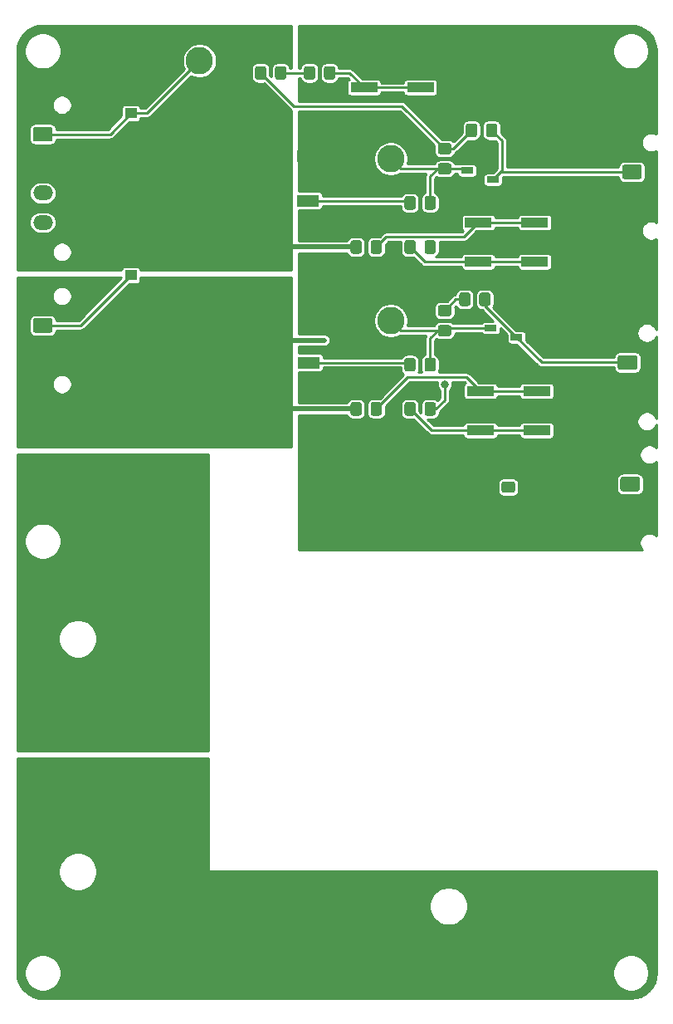
<source format=gbr>
G04 #@! TF.GenerationSoftware,KiCad,Pcbnew,(5.1.6)-1*
G04 #@! TF.CreationDate,2020-09-05T15:51:33-05:00*
G04 #@! TF.ProjectId,ContactorDriver,436f6e74-6163-4746-9f72-447269766572,rev?*
G04 #@! TF.SameCoordinates,Original*
G04 #@! TF.FileFunction,Copper,L1,Top*
G04 #@! TF.FilePolarity,Positive*
%FSLAX46Y46*%
G04 Gerber Fmt 4.6, Leading zero omitted, Abs format (unit mm)*
G04 Created by KiCad (PCBNEW (5.1.6)-1) date 2020-09-05 15:51:33*
%MOMM*%
%LPD*%
G01*
G04 APERTURE LIST*
G04 #@! TA.AperFunction,SMDPad,CuDef*
%ADD10R,2.750000X1.000000*%
G04 #@! TD*
G04 #@! TA.AperFunction,ComponentPad*
%ADD11O,2.020000X1.500000*%
G04 #@! TD*
G04 #@! TA.AperFunction,SMDPad,CuDef*
%ADD12R,1.220000X0.650000*%
G04 #@! TD*
G04 #@! TA.AperFunction,ComponentPad*
%ADD13C,2.800000*%
G04 #@! TD*
G04 #@! TA.AperFunction,ComponentPad*
%ADD14C,2.286000*%
G04 #@! TD*
G04 #@! TA.AperFunction,ComponentPad*
%ADD15C,4.500880*%
G04 #@! TD*
G04 #@! TA.AperFunction,SMDPad,CuDef*
%ADD16R,1.193800X1.041400*%
G04 #@! TD*
G04 #@! TA.AperFunction,SMDPad,CuDef*
%ADD17R,6.400000X5.800000*%
G04 #@! TD*
G04 #@! TA.AperFunction,SMDPad,CuDef*
%ADD18R,2.200000X1.200000*%
G04 #@! TD*
G04 #@! TA.AperFunction,ViaPad*
%ADD19C,0.800000*%
G04 #@! TD*
G04 #@! TA.AperFunction,Conductor*
%ADD20C,0.250000*%
G04 #@! TD*
G04 #@! TA.AperFunction,Conductor*
%ADD21C,0.500000*%
G04 #@! TD*
G04 #@! TA.AperFunction,Conductor*
%ADD22C,0.254000*%
G04 #@! TD*
G04 APERTURE END LIST*
D10*
X211653400Y-109696000D03*
X217403400Y-109696000D03*
X217403400Y-105696000D03*
X211653400Y-105696000D03*
X211437500Y-92512900D03*
X217187500Y-92512900D03*
X217187500Y-88512900D03*
X211437500Y-88512900D03*
X205541600Y-70745600D03*
X199791600Y-70745600D03*
X199791600Y-74745600D03*
X205541600Y-74745600D03*
G04 #@! TA.AperFunction,SMDPad,CuDef*
G36*
G01*
X214049999Y-114900000D02*
X214950001Y-114900000D01*
G75*
G02*
X215200000Y-115149999I0J-249999D01*
G01*
X215200000Y-115800001D01*
G75*
G02*
X214950001Y-116050000I-249999J0D01*
G01*
X214049999Y-116050000D01*
G75*
G02*
X213800000Y-115800001I0J249999D01*
G01*
X213800000Y-115149999D01*
G75*
G02*
X214049999Y-114900000I249999J0D01*
G01*
G37*
G04 #@! TD.AperFunction*
G04 #@! TA.AperFunction,SMDPad,CuDef*
G36*
G01*
X214049999Y-116950000D02*
X214950001Y-116950000D01*
G75*
G02*
X215200000Y-117199999I0J-249999D01*
G01*
X215200000Y-117850001D01*
G75*
G02*
X214950001Y-118100000I-249999J0D01*
G01*
X214049999Y-118100000D01*
G75*
G02*
X213800000Y-117850001I0J249999D01*
G01*
X213800000Y-117199999D01*
G75*
G02*
X214049999Y-116950000I249999J0D01*
G01*
G37*
G04 #@! TD.AperFunction*
G04 #@! TA.AperFunction,SMDPad,CuDef*
G36*
G01*
X200450000Y-91450001D02*
X200450000Y-90549999D01*
G75*
G02*
X200699999Y-90300000I249999J0D01*
G01*
X201350001Y-90300000D01*
G75*
G02*
X201600000Y-90549999I0J-249999D01*
G01*
X201600000Y-91450001D01*
G75*
G02*
X201350001Y-91700000I-249999J0D01*
G01*
X200699999Y-91700000D01*
G75*
G02*
X200450000Y-91450001I0J249999D01*
G01*
G37*
G04 #@! TD.AperFunction*
G04 #@! TA.AperFunction,SMDPad,CuDef*
G36*
G01*
X198400000Y-91450001D02*
X198400000Y-90549999D01*
G75*
G02*
X198649999Y-90300000I249999J0D01*
G01*
X199300001Y-90300000D01*
G75*
G02*
X199550000Y-90549999I0J-249999D01*
G01*
X199550000Y-91450001D01*
G75*
G02*
X199300001Y-91700000I-249999J0D01*
G01*
X198649999Y-91700000D01*
G75*
G02*
X198400000Y-91450001I0J249999D01*
G01*
G37*
G04 #@! TD.AperFunction*
G04 #@! TA.AperFunction,SMDPad,CuDef*
G36*
G01*
X198400000Y-107950001D02*
X198400000Y-107049999D01*
G75*
G02*
X198649999Y-106800000I249999J0D01*
G01*
X199300001Y-106800000D01*
G75*
G02*
X199550000Y-107049999I0J-249999D01*
G01*
X199550000Y-107950001D01*
G75*
G02*
X199300001Y-108200000I-249999J0D01*
G01*
X198649999Y-108200000D01*
G75*
G02*
X198400000Y-107950001I0J249999D01*
G01*
G37*
G04 #@! TD.AperFunction*
G04 #@! TA.AperFunction,SMDPad,CuDef*
G36*
G01*
X200450000Y-107950001D02*
X200450000Y-107049999D01*
G75*
G02*
X200699999Y-106800000I249999J0D01*
G01*
X201350001Y-106800000D01*
G75*
G02*
X201600000Y-107049999I0J-249999D01*
G01*
X201600000Y-107950001D01*
G75*
G02*
X201350001Y-108200000I-249999J0D01*
G01*
X200699999Y-108200000D01*
G75*
G02*
X200450000Y-107950001I0J249999D01*
G01*
G37*
G04 #@! TD.AperFunction*
G04 #@! TA.AperFunction,ComponentPad*
G36*
G01*
X166240000Y-78750000D02*
X167760000Y-78750000D01*
G75*
G02*
X168010000Y-79000000I0J-250000D01*
G01*
X168010000Y-80000000D01*
G75*
G02*
X167760000Y-80250000I-250000J0D01*
G01*
X166240000Y-80250000D01*
G75*
G02*
X165990000Y-80000000I0J250000D01*
G01*
X165990000Y-79000000D01*
G75*
G02*
X166240000Y-78750000I250000J0D01*
G01*
G37*
G04 #@! TD.AperFunction*
D11*
X167000000Y-82500000D03*
X167000000Y-85500000D03*
X167000000Y-88500000D03*
G04 #@! TA.AperFunction,ComponentPad*
G36*
G01*
X166240000Y-98250000D02*
X167760000Y-98250000D01*
G75*
G02*
X168010000Y-98500000I0J-250000D01*
G01*
X168010000Y-99500000D01*
G75*
G02*
X167760000Y-99750000I-250000J0D01*
G01*
X166240000Y-99750000D01*
G75*
G02*
X165990000Y-99500000I0J250000D01*
G01*
X165990000Y-98500000D01*
G75*
G02*
X166240000Y-98250000I250000J0D01*
G01*
G37*
G04 #@! TD.AperFunction*
X167000000Y-102000000D03*
D12*
X210299600Y-83198000D03*
X212919600Y-82248000D03*
X212919600Y-84148000D03*
X215330400Y-100213200D03*
X215330400Y-98313200D03*
X212710400Y-99263200D03*
G04 #@! TA.AperFunction,SMDPad,CuDef*
G36*
G01*
X211326200Y-78645599D02*
X211326200Y-79545601D01*
G75*
G02*
X211076201Y-79795600I-249999J0D01*
G01*
X210426199Y-79795600D01*
G75*
G02*
X210176200Y-79545601I0J249999D01*
G01*
X210176200Y-78645599D01*
G75*
G02*
X210426199Y-78395600I249999J0D01*
G01*
X211076201Y-78395600D01*
G75*
G02*
X211326200Y-78645599I0J-249999D01*
G01*
G37*
G04 #@! TD.AperFunction*
G04 #@! TA.AperFunction,SMDPad,CuDef*
G36*
G01*
X213376200Y-78645599D02*
X213376200Y-79545601D01*
G75*
G02*
X213126201Y-79795600I-249999J0D01*
G01*
X212476199Y-79795600D01*
G75*
G02*
X212226200Y-79545601I0J249999D01*
G01*
X212226200Y-78645599D01*
G75*
G02*
X212476199Y-78395600I249999J0D01*
G01*
X213126201Y-78395600D01*
G75*
G02*
X213376200Y-78645599I0J-249999D01*
G01*
G37*
G04 #@! TD.AperFunction*
G04 #@! TA.AperFunction,SMDPad,CuDef*
G36*
G01*
X205950000Y-86950001D02*
X205950000Y-86049999D01*
G75*
G02*
X206199999Y-85800000I249999J0D01*
G01*
X206850001Y-85800000D01*
G75*
G02*
X207100000Y-86049999I0J-249999D01*
G01*
X207100000Y-86950001D01*
G75*
G02*
X206850001Y-87200000I-249999J0D01*
G01*
X206199999Y-87200000D01*
G75*
G02*
X205950000Y-86950001I0J249999D01*
G01*
G37*
G04 #@! TD.AperFunction*
G04 #@! TA.AperFunction,SMDPad,CuDef*
G36*
G01*
X203900000Y-86950001D02*
X203900000Y-86049999D01*
G75*
G02*
X204149999Y-85800000I249999J0D01*
G01*
X204800001Y-85800000D01*
G75*
G02*
X205050000Y-86049999I0J-249999D01*
G01*
X205050000Y-86950001D01*
G75*
G02*
X204800001Y-87200000I-249999J0D01*
G01*
X204149999Y-87200000D01*
G75*
G02*
X203900000Y-86950001I0J249999D01*
G01*
G37*
G04 #@! TD.AperFunction*
G04 #@! TA.AperFunction,SMDPad,CuDef*
G36*
G01*
X205950000Y-91450001D02*
X205950000Y-90549999D01*
G75*
G02*
X206199999Y-90300000I249999J0D01*
G01*
X206850001Y-90300000D01*
G75*
G02*
X207100000Y-90549999I0J-249999D01*
G01*
X207100000Y-91450001D01*
G75*
G02*
X206850001Y-91700000I-249999J0D01*
G01*
X206199999Y-91700000D01*
G75*
G02*
X205950000Y-91450001I0J249999D01*
G01*
G37*
G04 #@! TD.AperFunction*
G04 #@! TA.AperFunction,SMDPad,CuDef*
G36*
G01*
X203900000Y-91450001D02*
X203900000Y-90549999D01*
G75*
G02*
X204149999Y-90300000I249999J0D01*
G01*
X204800001Y-90300000D01*
G75*
G02*
X205050000Y-90549999I0J-249999D01*
G01*
X205050000Y-91450001D01*
G75*
G02*
X204800001Y-91700000I-249999J0D01*
G01*
X204149999Y-91700000D01*
G75*
G02*
X203900000Y-91450001I0J249999D01*
G01*
G37*
G04 #@! TD.AperFunction*
G04 #@! TA.AperFunction,SMDPad,CuDef*
G36*
G01*
X212683000Y-95879499D02*
X212683000Y-96779501D01*
G75*
G02*
X212433001Y-97029500I-249999J0D01*
G01*
X211782999Y-97029500D01*
G75*
G02*
X211533000Y-96779501I0J249999D01*
G01*
X211533000Y-95879499D01*
G75*
G02*
X211782999Y-95629500I249999J0D01*
G01*
X212433001Y-95629500D01*
G75*
G02*
X212683000Y-95879499I0J-249999D01*
G01*
G37*
G04 #@! TD.AperFunction*
G04 #@! TA.AperFunction,SMDPad,CuDef*
G36*
G01*
X210633000Y-95879499D02*
X210633000Y-96779501D01*
G75*
G02*
X210383001Y-97029500I-249999J0D01*
G01*
X209732999Y-97029500D01*
G75*
G02*
X209483000Y-96779501I0J249999D01*
G01*
X209483000Y-95879499D01*
G75*
G02*
X209732999Y-95629500I249999J0D01*
G01*
X210383001Y-95629500D01*
G75*
G02*
X210633000Y-95879499I0J-249999D01*
G01*
G37*
G04 #@! TD.AperFunction*
G04 #@! TA.AperFunction,SMDPad,CuDef*
G36*
G01*
X208450001Y-83600000D02*
X207549999Y-83600000D01*
G75*
G02*
X207300000Y-83350001I0J249999D01*
G01*
X207300000Y-82699999D01*
G75*
G02*
X207549999Y-82450000I249999J0D01*
G01*
X208450001Y-82450000D01*
G75*
G02*
X208700000Y-82699999I0J-249999D01*
G01*
X208700000Y-83350001D01*
G75*
G02*
X208450001Y-83600000I-249999J0D01*
G01*
G37*
G04 #@! TD.AperFunction*
G04 #@! TA.AperFunction,SMDPad,CuDef*
G36*
G01*
X208450001Y-81550000D02*
X207549999Y-81550000D01*
G75*
G02*
X207300000Y-81300001I0J249999D01*
G01*
X207300000Y-80649999D01*
G75*
G02*
X207549999Y-80400000I249999J0D01*
G01*
X208450001Y-80400000D01*
G75*
G02*
X208700000Y-80649999I0J-249999D01*
G01*
X208700000Y-81300001D01*
G75*
G02*
X208450001Y-81550000I-249999J0D01*
G01*
G37*
G04 #@! TD.AperFunction*
G04 #@! TA.AperFunction,SMDPad,CuDef*
G36*
G01*
X208450001Y-100100000D02*
X207549999Y-100100000D01*
G75*
G02*
X207300000Y-99850001I0J249999D01*
G01*
X207300000Y-99199999D01*
G75*
G02*
X207549999Y-98950000I249999J0D01*
G01*
X208450001Y-98950000D01*
G75*
G02*
X208700000Y-99199999I0J-249999D01*
G01*
X208700000Y-99850001D01*
G75*
G02*
X208450001Y-100100000I-249999J0D01*
G01*
G37*
G04 #@! TD.AperFunction*
G04 #@! TA.AperFunction,SMDPad,CuDef*
G36*
G01*
X208450001Y-98050000D02*
X207549999Y-98050000D01*
G75*
G02*
X207300000Y-97800001I0J249999D01*
G01*
X207300000Y-97149999D01*
G75*
G02*
X207549999Y-96900000I249999J0D01*
G01*
X208450001Y-96900000D01*
G75*
G02*
X208700000Y-97149999I0J-249999D01*
G01*
X208700000Y-97800001D01*
G75*
G02*
X208450001Y-98050000I-249999J0D01*
G01*
G37*
G04 #@! TD.AperFunction*
G04 #@! TA.AperFunction,SMDPad,CuDef*
G36*
G01*
X203900000Y-107950001D02*
X203900000Y-107049999D01*
G75*
G02*
X204149999Y-106800000I249999J0D01*
G01*
X204800001Y-106800000D01*
G75*
G02*
X205050000Y-107049999I0J-249999D01*
G01*
X205050000Y-107950001D01*
G75*
G02*
X204800001Y-108200000I-249999J0D01*
G01*
X204149999Y-108200000D01*
G75*
G02*
X203900000Y-107950001I0J249999D01*
G01*
G37*
G04 #@! TD.AperFunction*
G04 #@! TA.AperFunction,SMDPad,CuDef*
G36*
G01*
X205950000Y-107950001D02*
X205950000Y-107049999D01*
G75*
G02*
X206199999Y-106800000I249999J0D01*
G01*
X206850001Y-106800000D01*
G75*
G02*
X207100000Y-107049999I0J-249999D01*
G01*
X207100000Y-107950001D01*
G75*
G02*
X206850001Y-108200000I-249999J0D01*
G01*
X206199999Y-108200000D01*
G75*
G02*
X205950000Y-107950001I0J249999D01*
G01*
G37*
G04 #@! TD.AperFunction*
G04 #@! TA.AperFunction,SMDPad,CuDef*
G36*
G01*
X205950000Y-103450001D02*
X205950000Y-102549999D01*
G75*
G02*
X206199999Y-102300000I249999J0D01*
G01*
X206850001Y-102300000D01*
G75*
G02*
X207100000Y-102549999I0J-249999D01*
G01*
X207100000Y-103450001D01*
G75*
G02*
X206850001Y-103700000I-249999J0D01*
G01*
X206199999Y-103700000D01*
G75*
G02*
X205950000Y-103450001I0J249999D01*
G01*
G37*
G04 #@! TD.AperFunction*
G04 #@! TA.AperFunction,SMDPad,CuDef*
G36*
G01*
X203900000Y-103450001D02*
X203900000Y-102549999D01*
G75*
G02*
X204149999Y-102300000I249999J0D01*
G01*
X204800001Y-102300000D01*
G75*
G02*
X205050000Y-102549999I0J-249999D01*
G01*
X205050000Y-103450001D01*
G75*
G02*
X204800001Y-103700000I-249999J0D01*
G01*
X204149999Y-103700000D01*
G75*
G02*
X203900000Y-103450001I0J249999D01*
G01*
G37*
G04 #@! TD.AperFunction*
D13*
X202500000Y-82000000D03*
X183000000Y-72000000D03*
X209845300Y-73460500D03*
X202500000Y-98500000D03*
G04 #@! TA.AperFunction,SMDPad,CuDef*
G36*
G01*
X196850000Y-72799999D02*
X196850000Y-73700001D01*
G75*
G02*
X196600001Y-73950000I-249999J0D01*
G01*
X195949999Y-73950000D01*
G75*
G02*
X195700000Y-73700001I0J249999D01*
G01*
X195700000Y-72799999D01*
G75*
G02*
X195949999Y-72550000I249999J0D01*
G01*
X196600001Y-72550000D01*
G75*
G02*
X196850000Y-72799999I0J-249999D01*
G01*
G37*
G04 #@! TD.AperFunction*
G04 #@! TA.AperFunction,SMDPad,CuDef*
G36*
G01*
X194800000Y-72799999D02*
X194800000Y-73700001D01*
G75*
G02*
X194550001Y-73950000I-249999J0D01*
G01*
X193899999Y-73950000D01*
G75*
G02*
X193650000Y-73700001I0J249999D01*
G01*
X193650000Y-72799999D01*
G75*
G02*
X193899999Y-72550000I249999J0D01*
G01*
X194550001Y-72550000D01*
G75*
G02*
X194800000Y-72799999I0J-249999D01*
G01*
G37*
G04 #@! TD.AperFunction*
G04 #@! TA.AperFunction,SMDPad,CuDef*
G36*
G01*
X191850000Y-72799999D02*
X191850000Y-73700001D01*
G75*
G02*
X191600001Y-73950000I-249999J0D01*
G01*
X190949999Y-73950000D01*
G75*
G02*
X190700000Y-73700001I0J249999D01*
G01*
X190700000Y-72799999D01*
G75*
G02*
X190949999Y-72550000I249999J0D01*
G01*
X191600001Y-72550000D01*
G75*
G02*
X191850000Y-72799999I0J-249999D01*
G01*
G37*
G04 #@! TD.AperFunction*
G04 #@! TA.AperFunction,SMDPad,CuDef*
G36*
G01*
X189800000Y-72799999D02*
X189800000Y-73700001D01*
G75*
G02*
X189550001Y-73950000I-249999J0D01*
G01*
X188899999Y-73950000D01*
G75*
G02*
X188650000Y-73700001I0J249999D01*
G01*
X188650000Y-72799999D01*
G75*
G02*
X188899999Y-72550000I249999J0D01*
G01*
X189550001Y-72550000D01*
G75*
G02*
X189800000Y-72799999I0J-249999D01*
G01*
G37*
G04 #@! TD.AperFunction*
D14*
X181000000Y-139000000D03*
X181000000Y-146620000D03*
X175920000Y-139000000D03*
X173380000Y-139000000D03*
X175920000Y-146620000D03*
X173380000Y-146620000D03*
D15*
X177000000Y-120500000D03*
X218500000Y-160250000D03*
D16*
X176000000Y-77361700D03*
X176000000Y-80638300D03*
X176000000Y-97138300D03*
X176000000Y-93861700D03*
G04 #@! TA.AperFunction,ComponentPad*
G36*
G01*
X226163600Y-114413600D02*
X227683600Y-114413600D01*
G75*
G02*
X227933600Y-114663600I0J-250000D01*
G01*
X227933600Y-115663600D01*
G75*
G02*
X227683600Y-115913600I-250000J0D01*
G01*
X226163600Y-115913600D01*
G75*
G02*
X225913600Y-115663600I0J250000D01*
G01*
X225913600Y-114663600D01*
G75*
G02*
X226163600Y-114413600I250000J0D01*
G01*
G37*
G04 #@! TD.AperFunction*
D11*
X226923600Y-118163600D03*
G04 #@! TA.AperFunction,ComponentPad*
G36*
G01*
X226354100Y-82587400D02*
X227874100Y-82587400D01*
G75*
G02*
X228124100Y-82837400I0J-250000D01*
G01*
X228124100Y-83837400D01*
G75*
G02*
X227874100Y-84087400I-250000J0D01*
G01*
X226354100Y-84087400D01*
G75*
G02*
X226104100Y-83837400I0J250000D01*
G01*
X226104100Y-82837400D01*
G75*
G02*
X226354100Y-82587400I250000J0D01*
G01*
G37*
G04 #@! TD.AperFunction*
X227114100Y-86337400D03*
X226669600Y-105768400D03*
G04 #@! TA.AperFunction,ComponentPad*
G36*
G01*
X225909600Y-102018400D02*
X227429600Y-102018400D01*
G75*
G02*
X227679600Y-102268400I0J-250000D01*
G01*
X227679600Y-103268400D01*
G75*
G02*
X227429600Y-103518400I-250000J0D01*
G01*
X225909600Y-103518400D01*
G75*
G02*
X225659600Y-103268400I0J250000D01*
G01*
X225659600Y-102268400D01*
G75*
G02*
X225909600Y-102018400I250000J0D01*
G01*
G37*
G04 #@! TD.AperFunction*
D17*
X187775000Y-84000000D03*
D18*
X194075000Y-81720000D03*
X194075000Y-86280000D03*
X194150000Y-102780000D03*
X194150000Y-98220000D03*
D17*
X187850000Y-100500000D03*
D19*
X208000000Y-105000000D03*
X208000000Y-97475000D03*
X208000000Y-80975000D03*
X214500000Y-115475000D03*
X206525000Y-107500000D03*
X206603600Y-91097100D03*
D20*
X207100000Y-107500000D02*
X208000000Y-106600000D01*
X206525000Y-107500000D02*
X207100000Y-107500000D01*
X208000000Y-106600000D02*
X208000000Y-105000000D01*
X208000000Y-80975000D02*
X208700000Y-80975000D01*
X214975000Y-115000000D02*
X214500000Y-115475000D01*
X208871800Y-80975000D02*
X210751200Y-79095600D01*
X208000000Y-80975000D02*
X208871800Y-80975000D01*
X209145500Y-96329500D02*
X208000000Y-97475000D01*
X210058000Y-96329500D02*
X209145500Y-96329500D01*
X189225000Y-73250000D02*
X192606800Y-76631800D01*
X203656800Y-76631800D02*
X208000000Y-80975000D01*
X192606800Y-76631800D02*
X203656800Y-76631800D01*
X170861700Y-99000000D02*
X176000000Y-93861700D01*
X167000000Y-99000000D02*
X170861700Y-99000000D01*
X214975000Y-118000000D02*
X214500000Y-117525000D01*
X194225000Y-73250000D02*
X191275000Y-73250000D01*
X213854601Y-83212999D02*
X212919600Y-84148000D01*
X213854601Y-80149001D02*
X213854601Y-83212999D01*
X212801200Y-79095600D02*
X213854601Y-80149001D01*
X213730200Y-83337400D02*
X212919600Y-84148000D01*
X227114100Y-83337400D02*
X213730200Y-83337400D01*
X217187500Y-88512900D02*
X211437500Y-88512900D01*
X202050010Y-89974990D02*
X201025000Y-91000000D01*
X211437500Y-88512900D02*
X211426390Y-88501790D01*
X209975410Y-89974990D02*
X211437500Y-88512900D01*
X202050010Y-89974990D02*
X209975410Y-89974990D01*
D21*
X195725000Y-100500000D02*
X186575000Y-100500000D01*
X186575000Y-106400000D02*
X186575000Y-100500000D01*
X187675000Y-107500000D02*
X186575000Y-106400000D01*
X198975000Y-107500000D02*
X187675000Y-107500000D01*
D20*
X200755500Y-107769500D02*
X201025000Y-107500000D01*
X210232399Y-104274999D02*
X211653400Y-105696000D01*
X204250001Y-104274999D02*
X210232399Y-104274999D01*
X201025000Y-107500000D02*
X204250001Y-104274999D01*
X217403400Y-105696000D02*
X211653400Y-105696000D01*
X207300000Y-99525000D02*
X208000000Y-99525000D01*
X206525000Y-100300000D02*
X207300000Y-99525000D01*
X206525000Y-103000000D02*
X206525000Y-100300000D01*
X203525000Y-99525000D02*
X202500000Y-98500000D01*
X208000000Y-99525000D02*
X203525000Y-99525000D01*
X208261800Y-99263200D02*
X208000000Y-99525000D01*
X212710400Y-99263200D02*
X208261800Y-99263200D01*
X204435000Y-103040000D02*
X204475000Y-103000000D01*
X204255000Y-102780000D02*
X204475000Y-103000000D01*
X194150000Y-102780000D02*
X204255000Y-102780000D01*
D21*
X186500000Y-89900000D02*
X186500000Y-84000000D01*
X187600000Y-91000000D02*
X186500000Y-89900000D01*
X198975000Y-91000000D02*
X187600000Y-91000000D01*
D20*
X212108000Y-96990800D02*
X212108000Y-96329500D01*
X215330400Y-100213200D02*
X212108000Y-96990800D01*
X217885600Y-102768400D02*
X215330400Y-100213200D01*
X226669600Y-102768400D02*
X217885600Y-102768400D01*
X207300000Y-83025000D02*
X208000000Y-83025000D01*
X206525000Y-83800000D02*
X207300000Y-83025000D01*
X206525000Y-86500000D02*
X206525000Y-83800000D01*
X203525000Y-83025000D02*
X202500000Y-82000000D01*
X208000000Y-83025000D02*
X203525000Y-83025000D01*
X210126600Y-83025000D02*
X210299600Y-83198000D01*
X208000000Y-83025000D02*
X210126600Y-83025000D01*
X204435000Y-86540000D02*
X204475000Y-86500000D01*
X204255000Y-86280000D02*
X204475000Y-86500000D01*
X194075000Y-86280000D02*
X204255000Y-86280000D01*
X205541600Y-74745600D02*
X199791600Y-74745600D01*
X198296000Y-73250000D02*
X199791600Y-74745600D01*
X196275000Y-73250000D02*
X198296000Y-73250000D01*
X206525000Y-91000000D02*
X206525000Y-91018500D01*
X206525000Y-91018500D02*
X206603600Y-91097100D01*
X177638300Y-77361700D02*
X176000000Y-77361700D01*
X183000000Y-72000000D02*
X177638300Y-77361700D01*
X173861700Y-79500000D02*
X167000000Y-79500000D01*
X176000000Y-77361700D02*
X173861700Y-79500000D01*
X217187500Y-92512900D02*
X211437500Y-92512900D01*
X204925010Y-90813600D02*
X204793205Y-90681795D01*
X204925010Y-91186400D02*
X204925010Y-90813600D01*
X205987900Y-92512900D02*
X204475000Y-91000000D01*
X211437500Y-92512900D02*
X205987900Y-92512900D01*
X204925010Y-107313600D02*
X204793205Y-107181795D01*
X206671000Y-109696000D02*
X211653400Y-109696000D01*
X204475000Y-107500000D02*
X206671000Y-109696000D01*
X211653400Y-109696000D02*
X217403400Y-109696000D01*
D22*
G36*
X192373000Y-72748000D02*
G01*
X192223702Y-72748000D01*
X192216741Y-72677322D01*
X192180958Y-72559359D01*
X192122848Y-72450644D01*
X192044646Y-72355354D01*
X191949356Y-72277152D01*
X191840641Y-72219042D01*
X191722678Y-72183259D01*
X191600001Y-72171176D01*
X190949999Y-72171176D01*
X190827322Y-72183259D01*
X190709359Y-72219042D01*
X190600644Y-72277152D01*
X190505354Y-72355354D01*
X190427152Y-72450644D01*
X190369042Y-72559359D01*
X190333259Y-72677322D01*
X190321176Y-72799999D01*
X190321176Y-73636242D01*
X190178824Y-73493890D01*
X190178824Y-72799999D01*
X190166741Y-72677322D01*
X190130958Y-72559359D01*
X190072848Y-72450644D01*
X189994646Y-72355354D01*
X189899356Y-72277152D01*
X189790641Y-72219042D01*
X189672678Y-72183259D01*
X189550001Y-72171176D01*
X188899999Y-72171176D01*
X188777322Y-72183259D01*
X188659359Y-72219042D01*
X188550644Y-72277152D01*
X188455354Y-72355354D01*
X188377152Y-72450644D01*
X188319042Y-72559359D01*
X188283259Y-72677322D01*
X188271176Y-72799999D01*
X188271176Y-73700001D01*
X188283259Y-73822678D01*
X188319042Y-73940641D01*
X188377152Y-74049356D01*
X188455354Y-74144646D01*
X188550644Y-74222848D01*
X188659359Y-74280958D01*
X188777322Y-74316741D01*
X188899999Y-74328824D01*
X189550001Y-74328824D01*
X189589955Y-74324889D01*
X192234403Y-76969338D01*
X192250116Y-76988484D01*
X192269262Y-77004197D01*
X192269264Y-77004199D01*
X192307452Y-77035539D01*
X192326555Y-77051217D01*
X192373000Y-77076042D01*
X192373000Y-93373000D01*
X176975724Y-93373000D01*
X176975724Y-93341000D01*
X176968445Y-93267095D01*
X176946888Y-93196030D01*
X176911881Y-93130537D01*
X176864769Y-93073131D01*
X176807363Y-93026019D01*
X176741870Y-92991012D01*
X176670805Y-92969455D01*
X176596900Y-92962176D01*
X175403100Y-92962176D01*
X175329195Y-92969455D01*
X175258130Y-92991012D01*
X175192637Y-93026019D01*
X175135231Y-93073131D01*
X175088119Y-93130537D01*
X175053112Y-93196030D01*
X175031555Y-93267095D01*
X175024276Y-93341000D01*
X175024276Y-93373000D01*
X164402000Y-93373000D01*
X164402000Y-91400327D01*
X167948000Y-91400327D01*
X167948000Y-91599673D01*
X167986890Y-91795190D01*
X168063177Y-91979362D01*
X168173928Y-92145113D01*
X168314887Y-92286072D01*
X168480638Y-92396823D01*
X168664810Y-92473110D01*
X168860327Y-92512000D01*
X169059673Y-92512000D01*
X169255190Y-92473110D01*
X169439362Y-92396823D01*
X169605113Y-92286072D01*
X169746072Y-92145113D01*
X169856823Y-91979362D01*
X169933110Y-91795190D01*
X169972000Y-91599673D01*
X169972000Y-91400327D01*
X169933110Y-91204810D01*
X169856823Y-91020638D01*
X169746072Y-90854887D01*
X169605113Y-90713928D01*
X169439362Y-90603177D01*
X169255190Y-90526890D01*
X169059673Y-90488000D01*
X168860327Y-90488000D01*
X168664810Y-90526890D01*
X168480638Y-90603177D01*
X168314887Y-90713928D01*
X168173928Y-90854887D01*
X168063177Y-91020638D01*
X167986890Y-91204810D01*
X167948000Y-91400327D01*
X164402000Y-91400327D01*
X164402000Y-88500000D01*
X165607547Y-88500000D01*
X165629307Y-88720931D01*
X165693750Y-88933371D01*
X165798400Y-89129157D01*
X165939235Y-89300765D01*
X166110843Y-89441600D01*
X166306629Y-89546250D01*
X166519069Y-89610693D01*
X166684635Y-89627000D01*
X167315365Y-89627000D01*
X167480931Y-89610693D01*
X167693371Y-89546250D01*
X167889157Y-89441600D01*
X168060765Y-89300765D01*
X168201600Y-89129157D01*
X168306250Y-88933371D01*
X168370693Y-88720931D01*
X168392453Y-88500000D01*
X168370693Y-88279069D01*
X168306250Y-88066629D01*
X168201600Y-87870843D01*
X168060765Y-87699235D01*
X167889157Y-87558400D01*
X167693371Y-87453750D01*
X167480931Y-87389307D01*
X167315365Y-87373000D01*
X166684635Y-87373000D01*
X166519069Y-87389307D01*
X166306629Y-87453750D01*
X166110843Y-87558400D01*
X165939235Y-87699235D01*
X165798400Y-87870843D01*
X165693750Y-88066629D01*
X165629307Y-88279069D01*
X165607547Y-88500000D01*
X164402000Y-88500000D01*
X164402000Y-85500000D01*
X165607547Y-85500000D01*
X165629307Y-85720931D01*
X165693750Y-85933371D01*
X165798400Y-86129157D01*
X165939235Y-86300765D01*
X166110843Y-86441600D01*
X166306629Y-86546250D01*
X166519069Y-86610693D01*
X166684635Y-86627000D01*
X167315365Y-86627000D01*
X167480931Y-86610693D01*
X167693371Y-86546250D01*
X167889157Y-86441600D01*
X168060765Y-86300765D01*
X168201600Y-86129157D01*
X168306250Y-85933371D01*
X168370693Y-85720931D01*
X168392453Y-85500000D01*
X168370693Y-85279069D01*
X168306250Y-85066629D01*
X168201600Y-84870843D01*
X168060765Y-84699235D01*
X167889157Y-84558400D01*
X167693371Y-84453750D01*
X167480931Y-84389307D01*
X167315365Y-84373000D01*
X166684635Y-84373000D01*
X166519069Y-84389307D01*
X166306629Y-84453750D01*
X166110843Y-84558400D01*
X165939235Y-84699235D01*
X165798400Y-84870843D01*
X165693750Y-85066629D01*
X165629307Y-85279069D01*
X165607547Y-85500000D01*
X164402000Y-85500000D01*
X164402000Y-79000000D01*
X165611176Y-79000000D01*
X165611176Y-80000000D01*
X165623259Y-80122677D01*
X165659042Y-80240641D01*
X165717152Y-80349356D01*
X165795354Y-80444646D01*
X165890644Y-80522848D01*
X165999359Y-80580958D01*
X166117323Y-80616741D01*
X166240000Y-80628824D01*
X167760000Y-80628824D01*
X167882677Y-80616741D01*
X168000641Y-80580958D01*
X168109356Y-80522848D01*
X168204646Y-80444646D01*
X168282848Y-80349356D01*
X168340958Y-80240641D01*
X168376741Y-80122677D01*
X168388627Y-80002000D01*
X173837057Y-80002000D01*
X173861700Y-80004427D01*
X173886343Y-80002000D01*
X173886353Y-80002000D01*
X173960109Y-79994736D01*
X174054736Y-79966031D01*
X174141945Y-79919417D01*
X174218384Y-79856684D01*
X174234101Y-79837533D01*
X175810411Y-78261224D01*
X176596900Y-78261224D01*
X176670805Y-78253945D01*
X176741870Y-78232388D01*
X176807363Y-78197381D01*
X176864769Y-78150269D01*
X176911881Y-78092863D01*
X176946888Y-78027370D01*
X176968445Y-77956305D01*
X176975724Y-77882400D01*
X176975724Y-77863700D01*
X177613657Y-77863700D01*
X177638300Y-77866127D01*
X177662943Y-77863700D01*
X177662953Y-77863700D01*
X177736709Y-77856436D01*
X177831336Y-77827731D01*
X177918545Y-77781117D01*
X177994984Y-77718384D01*
X178010702Y-77699232D01*
X182144430Y-73565506D01*
X182158275Y-73574757D01*
X182481668Y-73708711D01*
X182824981Y-73777000D01*
X183175019Y-73777000D01*
X183518332Y-73708711D01*
X183841725Y-73574757D01*
X184132771Y-73380286D01*
X184380286Y-73132771D01*
X184574757Y-72841725D01*
X184708711Y-72518332D01*
X184777000Y-72175019D01*
X184777000Y-71824981D01*
X184708711Y-71481668D01*
X184574757Y-71158275D01*
X184380286Y-70867229D01*
X184132771Y-70619714D01*
X183841725Y-70425243D01*
X183518332Y-70291289D01*
X183175019Y-70223000D01*
X182824981Y-70223000D01*
X182481668Y-70291289D01*
X182158275Y-70425243D01*
X181867229Y-70619714D01*
X181619714Y-70867229D01*
X181425243Y-71158275D01*
X181291289Y-71481668D01*
X181223000Y-71824981D01*
X181223000Y-72175019D01*
X181291289Y-72518332D01*
X181425243Y-72841725D01*
X181434494Y-72855570D01*
X177430366Y-76859700D01*
X176975724Y-76859700D01*
X176975724Y-76841000D01*
X176968445Y-76767095D01*
X176946888Y-76696030D01*
X176911881Y-76630537D01*
X176864769Y-76573131D01*
X176807363Y-76526019D01*
X176741870Y-76491012D01*
X176670805Y-76469455D01*
X176596900Y-76462176D01*
X175403100Y-76462176D01*
X175329195Y-76469455D01*
X175258130Y-76491012D01*
X175192637Y-76526019D01*
X175135231Y-76573131D01*
X175088119Y-76630537D01*
X175053112Y-76696030D01*
X175031555Y-76767095D01*
X175024276Y-76841000D01*
X175024276Y-77627489D01*
X173653766Y-78998000D01*
X168388627Y-78998000D01*
X168376741Y-78877323D01*
X168340958Y-78759359D01*
X168282848Y-78650644D01*
X168204646Y-78555354D01*
X168109356Y-78477152D01*
X168000641Y-78419042D01*
X167882677Y-78383259D01*
X167760000Y-78371176D01*
X166240000Y-78371176D01*
X166117323Y-78383259D01*
X165999359Y-78419042D01*
X165890644Y-78477152D01*
X165795354Y-78555354D01*
X165717152Y-78650644D01*
X165659042Y-78759359D01*
X165623259Y-78877323D01*
X165611176Y-79000000D01*
X164402000Y-79000000D01*
X164402000Y-76400327D01*
X167948000Y-76400327D01*
X167948000Y-76599673D01*
X167986890Y-76795190D01*
X168063177Y-76979362D01*
X168173928Y-77145113D01*
X168314887Y-77286072D01*
X168480638Y-77396823D01*
X168664810Y-77473110D01*
X168860327Y-77512000D01*
X169059673Y-77512000D01*
X169255190Y-77473110D01*
X169439362Y-77396823D01*
X169605113Y-77286072D01*
X169746072Y-77145113D01*
X169856823Y-76979362D01*
X169933110Y-76795190D01*
X169972000Y-76599673D01*
X169972000Y-76400327D01*
X169933110Y-76204810D01*
X169856823Y-76020638D01*
X169746072Y-75854887D01*
X169605113Y-75713928D01*
X169439362Y-75603177D01*
X169255190Y-75526890D01*
X169059673Y-75488000D01*
X168860327Y-75488000D01*
X168664810Y-75526890D01*
X168480638Y-75603177D01*
X168314887Y-75713928D01*
X168173928Y-75854887D01*
X168063177Y-76020638D01*
X167986890Y-76204810D01*
X167948000Y-76400327D01*
X164402000Y-76400327D01*
X164402000Y-71019658D01*
X164422054Y-70815132D01*
X165123000Y-70815132D01*
X165123000Y-71184868D01*
X165195132Y-71547501D01*
X165336624Y-71889093D01*
X165542039Y-72196518D01*
X165803482Y-72457961D01*
X166110907Y-72663376D01*
X166452499Y-72804868D01*
X166815132Y-72877000D01*
X167184868Y-72877000D01*
X167547501Y-72804868D01*
X167889093Y-72663376D01*
X168196518Y-72457961D01*
X168457961Y-72196518D01*
X168663376Y-71889093D01*
X168804868Y-71547501D01*
X168877000Y-71184868D01*
X168877000Y-70815132D01*
X168804868Y-70452499D01*
X168663376Y-70110907D01*
X168457961Y-69803482D01*
X168196518Y-69542039D01*
X167889093Y-69336624D01*
X167547501Y-69195132D01*
X167184868Y-69123000D01*
X166815132Y-69123000D01*
X166452499Y-69195132D01*
X166110907Y-69336624D01*
X165803482Y-69542039D01*
X165542039Y-69803482D01*
X165336624Y-70110907D01*
X165195132Y-70452499D01*
X165123000Y-70815132D01*
X164422054Y-70815132D01*
X164453369Y-70495758D01*
X164599812Y-70010714D01*
X164837674Y-69563358D01*
X165157904Y-69170718D01*
X165548294Y-68847759D01*
X165993980Y-68606778D01*
X166477987Y-68456952D01*
X167000820Y-68402000D01*
X192373000Y-68402000D01*
X192373000Y-72748000D01*
G37*
X192373000Y-72748000D02*
X192223702Y-72748000D01*
X192216741Y-72677322D01*
X192180958Y-72559359D01*
X192122848Y-72450644D01*
X192044646Y-72355354D01*
X191949356Y-72277152D01*
X191840641Y-72219042D01*
X191722678Y-72183259D01*
X191600001Y-72171176D01*
X190949999Y-72171176D01*
X190827322Y-72183259D01*
X190709359Y-72219042D01*
X190600644Y-72277152D01*
X190505354Y-72355354D01*
X190427152Y-72450644D01*
X190369042Y-72559359D01*
X190333259Y-72677322D01*
X190321176Y-72799999D01*
X190321176Y-73636242D01*
X190178824Y-73493890D01*
X190178824Y-72799999D01*
X190166741Y-72677322D01*
X190130958Y-72559359D01*
X190072848Y-72450644D01*
X189994646Y-72355354D01*
X189899356Y-72277152D01*
X189790641Y-72219042D01*
X189672678Y-72183259D01*
X189550001Y-72171176D01*
X188899999Y-72171176D01*
X188777322Y-72183259D01*
X188659359Y-72219042D01*
X188550644Y-72277152D01*
X188455354Y-72355354D01*
X188377152Y-72450644D01*
X188319042Y-72559359D01*
X188283259Y-72677322D01*
X188271176Y-72799999D01*
X188271176Y-73700001D01*
X188283259Y-73822678D01*
X188319042Y-73940641D01*
X188377152Y-74049356D01*
X188455354Y-74144646D01*
X188550644Y-74222848D01*
X188659359Y-74280958D01*
X188777322Y-74316741D01*
X188899999Y-74328824D01*
X189550001Y-74328824D01*
X189589955Y-74324889D01*
X192234403Y-76969338D01*
X192250116Y-76988484D01*
X192269262Y-77004197D01*
X192269264Y-77004199D01*
X192307452Y-77035539D01*
X192326555Y-77051217D01*
X192373000Y-77076042D01*
X192373000Y-93373000D01*
X176975724Y-93373000D01*
X176975724Y-93341000D01*
X176968445Y-93267095D01*
X176946888Y-93196030D01*
X176911881Y-93130537D01*
X176864769Y-93073131D01*
X176807363Y-93026019D01*
X176741870Y-92991012D01*
X176670805Y-92969455D01*
X176596900Y-92962176D01*
X175403100Y-92962176D01*
X175329195Y-92969455D01*
X175258130Y-92991012D01*
X175192637Y-93026019D01*
X175135231Y-93073131D01*
X175088119Y-93130537D01*
X175053112Y-93196030D01*
X175031555Y-93267095D01*
X175024276Y-93341000D01*
X175024276Y-93373000D01*
X164402000Y-93373000D01*
X164402000Y-91400327D01*
X167948000Y-91400327D01*
X167948000Y-91599673D01*
X167986890Y-91795190D01*
X168063177Y-91979362D01*
X168173928Y-92145113D01*
X168314887Y-92286072D01*
X168480638Y-92396823D01*
X168664810Y-92473110D01*
X168860327Y-92512000D01*
X169059673Y-92512000D01*
X169255190Y-92473110D01*
X169439362Y-92396823D01*
X169605113Y-92286072D01*
X169746072Y-92145113D01*
X169856823Y-91979362D01*
X169933110Y-91795190D01*
X169972000Y-91599673D01*
X169972000Y-91400327D01*
X169933110Y-91204810D01*
X169856823Y-91020638D01*
X169746072Y-90854887D01*
X169605113Y-90713928D01*
X169439362Y-90603177D01*
X169255190Y-90526890D01*
X169059673Y-90488000D01*
X168860327Y-90488000D01*
X168664810Y-90526890D01*
X168480638Y-90603177D01*
X168314887Y-90713928D01*
X168173928Y-90854887D01*
X168063177Y-91020638D01*
X167986890Y-91204810D01*
X167948000Y-91400327D01*
X164402000Y-91400327D01*
X164402000Y-88500000D01*
X165607547Y-88500000D01*
X165629307Y-88720931D01*
X165693750Y-88933371D01*
X165798400Y-89129157D01*
X165939235Y-89300765D01*
X166110843Y-89441600D01*
X166306629Y-89546250D01*
X166519069Y-89610693D01*
X166684635Y-89627000D01*
X167315365Y-89627000D01*
X167480931Y-89610693D01*
X167693371Y-89546250D01*
X167889157Y-89441600D01*
X168060765Y-89300765D01*
X168201600Y-89129157D01*
X168306250Y-88933371D01*
X168370693Y-88720931D01*
X168392453Y-88500000D01*
X168370693Y-88279069D01*
X168306250Y-88066629D01*
X168201600Y-87870843D01*
X168060765Y-87699235D01*
X167889157Y-87558400D01*
X167693371Y-87453750D01*
X167480931Y-87389307D01*
X167315365Y-87373000D01*
X166684635Y-87373000D01*
X166519069Y-87389307D01*
X166306629Y-87453750D01*
X166110843Y-87558400D01*
X165939235Y-87699235D01*
X165798400Y-87870843D01*
X165693750Y-88066629D01*
X165629307Y-88279069D01*
X165607547Y-88500000D01*
X164402000Y-88500000D01*
X164402000Y-85500000D01*
X165607547Y-85500000D01*
X165629307Y-85720931D01*
X165693750Y-85933371D01*
X165798400Y-86129157D01*
X165939235Y-86300765D01*
X166110843Y-86441600D01*
X166306629Y-86546250D01*
X166519069Y-86610693D01*
X166684635Y-86627000D01*
X167315365Y-86627000D01*
X167480931Y-86610693D01*
X167693371Y-86546250D01*
X167889157Y-86441600D01*
X168060765Y-86300765D01*
X168201600Y-86129157D01*
X168306250Y-85933371D01*
X168370693Y-85720931D01*
X168392453Y-85500000D01*
X168370693Y-85279069D01*
X168306250Y-85066629D01*
X168201600Y-84870843D01*
X168060765Y-84699235D01*
X167889157Y-84558400D01*
X167693371Y-84453750D01*
X167480931Y-84389307D01*
X167315365Y-84373000D01*
X166684635Y-84373000D01*
X166519069Y-84389307D01*
X166306629Y-84453750D01*
X166110843Y-84558400D01*
X165939235Y-84699235D01*
X165798400Y-84870843D01*
X165693750Y-85066629D01*
X165629307Y-85279069D01*
X165607547Y-85500000D01*
X164402000Y-85500000D01*
X164402000Y-79000000D01*
X165611176Y-79000000D01*
X165611176Y-80000000D01*
X165623259Y-80122677D01*
X165659042Y-80240641D01*
X165717152Y-80349356D01*
X165795354Y-80444646D01*
X165890644Y-80522848D01*
X165999359Y-80580958D01*
X166117323Y-80616741D01*
X166240000Y-80628824D01*
X167760000Y-80628824D01*
X167882677Y-80616741D01*
X168000641Y-80580958D01*
X168109356Y-80522848D01*
X168204646Y-80444646D01*
X168282848Y-80349356D01*
X168340958Y-80240641D01*
X168376741Y-80122677D01*
X168388627Y-80002000D01*
X173837057Y-80002000D01*
X173861700Y-80004427D01*
X173886343Y-80002000D01*
X173886353Y-80002000D01*
X173960109Y-79994736D01*
X174054736Y-79966031D01*
X174141945Y-79919417D01*
X174218384Y-79856684D01*
X174234101Y-79837533D01*
X175810411Y-78261224D01*
X176596900Y-78261224D01*
X176670805Y-78253945D01*
X176741870Y-78232388D01*
X176807363Y-78197381D01*
X176864769Y-78150269D01*
X176911881Y-78092863D01*
X176946888Y-78027370D01*
X176968445Y-77956305D01*
X176975724Y-77882400D01*
X176975724Y-77863700D01*
X177613657Y-77863700D01*
X177638300Y-77866127D01*
X177662943Y-77863700D01*
X177662953Y-77863700D01*
X177736709Y-77856436D01*
X177831336Y-77827731D01*
X177918545Y-77781117D01*
X177994984Y-77718384D01*
X178010702Y-77699232D01*
X182144430Y-73565506D01*
X182158275Y-73574757D01*
X182481668Y-73708711D01*
X182824981Y-73777000D01*
X183175019Y-73777000D01*
X183518332Y-73708711D01*
X183841725Y-73574757D01*
X184132771Y-73380286D01*
X184380286Y-73132771D01*
X184574757Y-72841725D01*
X184708711Y-72518332D01*
X184777000Y-72175019D01*
X184777000Y-71824981D01*
X184708711Y-71481668D01*
X184574757Y-71158275D01*
X184380286Y-70867229D01*
X184132771Y-70619714D01*
X183841725Y-70425243D01*
X183518332Y-70291289D01*
X183175019Y-70223000D01*
X182824981Y-70223000D01*
X182481668Y-70291289D01*
X182158275Y-70425243D01*
X181867229Y-70619714D01*
X181619714Y-70867229D01*
X181425243Y-71158275D01*
X181291289Y-71481668D01*
X181223000Y-71824981D01*
X181223000Y-72175019D01*
X181291289Y-72518332D01*
X181425243Y-72841725D01*
X181434494Y-72855570D01*
X177430366Y-76859700D01*
X176975724Y-76859700D01*
X176975724Y-76841000D01*
X176968445Y-76767095D01*
X176946888Y-76696030D01*
X176911881Y-76630537D01*
X176864769Y-76573131D01*
X176807363Y-76526019D01*
X176741870Y-76491012D01*
X176670805Y-76469455D01*
X176596900Y-76462176D01*
X175403100Y-76462176D01*
X175329195Y-76469455D01*
X175258130Y-76491012D01*
X175192637Y-76526019D01*
X175135231Y-76573131D01*
X175088119Y-76630537D01*
X175053112Y-76696030D01*
X175031555Y-76767095D01*
X175024276Y-76841000D01*
X175024276Y-77627489D01*
X173653766Y-78998000D01*
X168388627Y-78998000D01*
X168376741Y-78877323D01*
X168340958Y-78759359D01*
X168282848Y-78650644D01*
X168204646Y-78555354D01*
X168109356Y-78477152D01*
X168000641Y-78419042D01*
X167882677Y-78383259D01*
X167760000Y-78371176D01*
X166240000Y-78371176D01*
X166117323Y-78383259D01*
X165999359Y-78419042D01*
X165890644Y-78477152D01*
X165795354Y-78555354D01*
X165717152Y-78650644D01*
X165659042Y-78759359D01*
X165623259Y-78877323D01*
X165611176Y-79000000D01*
X164402000Y-79000000D01*
X164402000Y-76400327D01*
X167948000Y-76400327D01*
X167948000Y-76599673D01*
X167986890Y-76795190D01*
X168063177Y-76979362D01*
X168173928Y-77145113D01*
X168314887Y-77286072D01*
X168480638Y-77396823D01*
X168664810Y-77473110D01*
X168860327Y-77512000D01*
X169059673Y-77512000D01*
X169255190Y-77473110D01*
X169439362Y-77396823D01*
X169605113Y-77286072D01*
X169746072Y-77145113D01*
X169856823Y-76979362D01*
X169933110Y-76795190D01*
X169972000Y-76599673D01*
X169972000Y-76400327D01*
X169933110Y-76204810D01*
X169856823Y-76020638D01*
X169746072Y-75854887D01*
X169605113Y-75713928D01*
X169439362Y-75603177D01*
X169255190Y-75526890D01*
X169059673Y-75488000D01*
X168860327Y-75488000D01*
X168664810Y-75526890D01*
X168480638Y-75603177D01*
X168314887Y-75713928D01*
X168173928Y-75854887D01*
X168063177Y-76020638D01*
X167986890Y-76204810D01*
X167948000Y-76400327D01*
X164402000Y-76400327D01*
X164402000Y-71019658D01*
X164422054Y-70815132D01*
X165123000Y-70815132D01*
X165123000Y-71184868D01*
X165195132Y-71547501D01*
X165336624Y-71889093D01*
X165542039Y-72196518D01*
X165803482Y-72457961D01*
X166110907Y-72663376D01*
X166452499Y-72804868D01*
X166815132Y-72877000D01*
X167184868Y-72877000D01*
X167547501Y-72804868D01*
X167889093Y-72663376D01*
X168196518Y-72457961D01*
X168457961Y-72196518D01*
X168663376Y-71889093D01*
X168804868Y-71547501D01*
X168877000Y-71184868D01*
X168877000Y-70815132D01*
X168804868Y-70452499D01*
X168663376Y-70110907D01*
X168457961Y-69803482D01*
X168196518Y-69542039D01*
X167889093Y-69336624D01*
X167547501Y-69195132D01*
X167184868Y-69123000D01*
X166815132Y-69123000D01*
X166452499Y-69195132D01*
X166110907Y-69336624D01*
X165803482Y-69542039D01*
X165542039Y-69803482D01*
X165336624Y-70110907D01*
X165195132Y-70452499D01*
X165123000Y-70815132D01*
X164422054Y-70815132D01*
X164453369Y-70495758D01*
X164599812Y-70010714D01*
X164837674Y-69563358D01*
X165157904Y-69170718D01*
X165548294Y-68847759D01*
X165993980Y-68606778D01*
X166477987Y-68456952D01*
X167000820Y-68402000D01*
X192373000Y-68402000D01*
X192373000Y-72748000D01*
G36*
X175024276Y-94127489D02*
G01*
X170653766Y-98498000D01*
X168388627Y-98498000D01*
X168376741Y-98377323D01*
X168340958Y-98259359D01*
X168282848Y-98150644D01*
X168204646Y-98055354D01*
X168109356Y-97977152D01*
X168000641Y-97919042D01*
X167882677Y-97883259D01*
X167760000Y-97871176D01*
X166240000Y-97871176D01*
X166117323Y-97883259D01*
X165999359Y-97919042D01*
X165890644Y-97977152D01*
X165795354Y-98055354D01*
X165717152Y-98150644D01*
X165659042Y-98259359D01*
X165623259Y-98377323D01*
X165611176Y-98500000D01*
X165611176Y-99500000D01*
X165623259Y-99622677D01*
X165659042Y-99740641D01*
X165717152Y-99849356D01*
X165795354Y-99944646D01*
X165890644Y-100022848D01*
X165999359Y-100080958D01*
X166117323Y-100116741D01*
X166240000Y-100128824D01*
X167760000Y-100128824D01*
X167882677Y-100116741D01*
X168000641Y-100080958D01*
X168109356Y-100022848D01*
X168204646Y-99944646D01*
X168282848Y-99849356D01*
X168340958Y-99740641D01*
X168376741Y-99622677D01*
X168388627Y-99502000D01*
X170837057Y-99502000D01*
X170861700Y-99504427D01*
X170886343Y-99502000D01*
X170886353Y-99502000D01*
X170960109Y-99494736D01*
X171054736Y-99466031D01*
X171141945Y-99419417D01*
X171218384Y-99356684D01*
X171234102Y-99337532D01*
X175810411Y-94761224D01*
X176596900Y-94761224D01*
X176670805Y-94753945D01*
X176741870Y-94732388D01*
X176807363Y-94697381D01*
X176864769Y-94650269D01*
X176911881Y-94592863D01*
X176946888Y-94527370D01*
X176968445Y-94456305D01*
X176975724Y-94382400D01*
X176975724Y-94127000D01*
X192373000Y-94127000D01*
X192373000Y-111373000D01*
X164402000Y-111373000D01*
X164402000Y-104900327D01*
X167948000Y-104900327D01*
X167948000Y-105099673D01*
X167986890Y-105295190D01*
X168063177Y-105479362D01*
X168173928Y-105645113D01*
X168314887Y-105786072D01*
X168480638Y-105896823D01*
X168664810Y-105973110D01*
X168860327Y-106012000D01*
X169059673Y-106012000D01*
X169255190Y-105973110D01*
X169439362Y-105896823D01*
X169605113Y-105786072D01*
X169746072Y-105645113D01*
X169856823Y-105479362D01*
X169933110Y-105295190D01*
X169972000Y-105099673D01*
X169972000Y-104900327D01*
X169933110Y-104704810D01*
X169856823Y-104520638D01*
X169746072Y-104354887D01*
X169605113Y-104213928D01*
X169439362Y-104103177D01*
X169255190Y-104026890D01*
X169059673Y-103988000D01*
X168860327Y-103988000D01*
X168664810Y-104026890D01*
X168480638Y-104103177D01*
X168314887Y-104213928D01*
X168173928Y-104354887D01*
X168063177Y-104520638D01*
X167986890Y-104704810D01*
X167948000Y-104900327D01*
X164402000Y-104900327D01*
X164402000Y-95900327D01*
X167948000Y-95900327D01*
X167948000Y-96099673D01*
X167986890Y-96295190D01*
X168063177Y-96479362D01*
X168173928Y-96645113D01*
X168314887Y-96786072D01*
X168480638Y-96896823D01*
X168664810Y-96973110D01*
X168860327Y-97012000D01*
X169059673Y-97012000D01*
X169255190Y-96973110D01*
X169439362Y-96896823D01*
X169605113Y-96786072D01*
X169746072Y-96645113D01*
X169856823Y-96479362D01*
X169933110Y-96295190D01*
X169972000Y-96099673D01*
X169972000Y-95900327D01*
X169933110Y-95704810D01*
X169856823Y-95520638D01*
X169746072Y-95354887D01*
X169605113Y-95213928D01*
X169439362Y-95103177D01*
X169255190Y-95026890D01*
X169059673Y-94988000D01*
X168860327Y-94988000D01*
X168664810Y-95026890D01*
X168480638Y-95103177D01*
X168314887Y-95213928D01*
X168173928Y-95354887D01*
X168063177Y-95520638D01*
X167986890Y-95704810D01*
X167948000Y-95900327D01*
X164402000Y-95900327D01*
X164402000Y-94127000D01*
X175024276Y-94127000D01*
X175024276Y-94127489D01*
G37*
X175024276Y-94127489D02*
X170653766Y-98498000D01*
X168388627Y-98498000D01*
X168376741Y-98377323D01*
X168340958Y-98259359D01*
X168282848Y-98150644D01*
X168204646Y-98055354D01*
X168109356Y-97977152D01*
X168000641Y-97919042D01*
X167882677Y-97883259D01*
X167760000Y-97871176D01*
X166240000Y-97871176D01*
X166117323Y-97883259D01*
X165999359Y-97919042D01*
X165890644Y-97977152D01*
X165795354Y-98055354D01*
X165717152Y-98150644D01*
X165659042Y-98259359D01*
X165623259Y-98377323D01*
X165611176Y-98500000D01*
X165611176Y-99500000D01*
X165623259Y-99622677D01*
X165659042Y-99740641D01*
X165717152Y-99849356D01*
X165795354Y-99944646D01*
X165890644Y-100022848D01*
X165999359Y-100080958D01*
X166117323Y-100116741D01*
X166240000Y-100128824D01*
X167760000Y-100128824D01*
X167882677Y-100116741D01*
X168000641Y-100080958D01*
X168109356Y-100022848D01*
X168204646Y-99944646D01*
X168282848Y-99849356D01*
X168340958Y-99740641D01*
X168376741Y-99622677D01*
X168388627Y-99502000D01*
X170837057Y-99502000D01*
X170861700Y-99504427D01*
X170886343Y-99502000D01*
X170886353Y-99502000D01*
X170960109Y-99494736D01*
X171054736Y-99466031D01*
X171141945Y-99419417D01*
X171218384Y-99356684D01*
X171234102Y-99337532D01*
X175810411Y-94761224D01*
X176596900Y-94761224D01*
X176670805Y-94753945D01*
X176741870Y-94732388D01*
X176807363Y-94697381D01*
X176864769Y-94650269D01*
X176911881Y-94592863D01*
X176946888Y-94527370D01*
X176968445Y-94456305D01*
X176975724Y-94382400D01*
X176975724Y-94127000D01*
X192373000Y-94127000D01*
X192373000Y-111373000D01*
X164402000Y-111373000D01*
X164402000Y-104900327D01*
X167948000Y-104900327D01*
X167948000Y-105099673D01*
X167986890Y-105295190D01*
X168063177Y-105479362D01*
X168173928Y-105645113D01*
X168314887Y-105786072D01*
X168480638Y-105896823D01*
X168664810Y-105973110D01*
X168860327Y-106012000D01*
X169059673Y-106012000D01*
X169255190Y-105973110D01*
X169439362Y-105896823D01*
X169605113Y-105786072D01*
X169746072Y-105645113D01*
X169856823Y-105479362D01*
X169933110Y-105295190D01*
X169972000Y-105099673D01*
X169972000Y-104900327D01*
X169933110Y-104704810D01*
X169856823Y-104520638D01*
X169746072Y-104354887D01*
X169605113Y-104213928D01*
X169439362Y-104103177D01*
X169255190Y-104026890D01*
X169059673Y-103988000D01*
X168860327Y-103988000D01*
X168664810Y-104026890D01*
X168480638Y-104103177D01*
X168314887Y-104213928D01*
X168173928Y-104354887D01*
X168063177Y-104520638D01*
X167986890Y-104704810D01*
X167948000Y-104900327D01*
X164402000Y-104900327D01*
X164402000Y-95900327D01*
X167948000Y-95900327D01*
X167948000Y-96099673D01*
X167986890Y-96295190D01*
X168063177Y-96479362D01*
X168173928Y-96645113D01*
X168314887Y-96786072D01*
X168480638Y-96896823D01*
X168664810Y-96973110D01*
X168860327Y-97012000D01*
X169059673Y-97012000D01*
X169255190Y-96973110D01*
X169439362Y-96896823D01*
X169605113Y-96786072D01*
X169746072Y-96645113D01*
X169856823Y-96479362D01*
X169933110Y-96295190D01*
X169972000Y-96099673D01*
X169972000Y-95900327D01*
X169933110Y-95704810D01*
X169856823Y-95520638D01*
X169746072Y-95354887D01*
X169605113Y-95213928D01*
X169439362Y-95103177D01*
X169255190Y-95026890D01*
X169059673Y-94988000D01*
X168860327Y-94988000D01*
X168664810Y-95026890D01*
X168480638Y-95103177D01*
X168314887Y-95213928D01*
X168173928Y-95354887D01*
X168063177Y-95520638D01*
X167986890Y-95704810D01*
X167948000Y-95900327D01*
X164402000Y-95900327D01*
X164402000Y-94127000D01*
X175024276Y-94127000D01*
X175024276Y-94127489D01*
G36*
X227504242Y-68453369D02*
G01*
X227989286Y-68599812D01*
X228436642Y-68837674D01*
X228829282Y-69157904D01*
X229152241Y-69548294D01*
X229393222Y-69993980D01*
X229543048Y-70477987D01*
X229598000Y-71000820D01*
X229598001Y-71001114D01*
X229598001Y-79470337D01*
X229553462Y-79440577D01*
X229369290Y-79364290D01*
X229173773Y-79325400D01*
X228974427Y-79325400D01*
X228778910Y-79364290D01*
X228594738Y-79440577D01*
X228428987Y-79551328D01*
X228288028Y-79692287D01*
X228177277Y-79858038D01*
X228100990Y-80042210D01*
X228062100Y-80237727D01*
X228062100Y-80437073D01*
X228100990Y-80632590D01*
X228177277Y-80816762D01*
X228288028Y-80982513D01*
X228428987Y-81123472D01*
X228594738Y-81234223D01*
X228778910Y-81310510D01*
X228974427Y-81349400D01*
X229173773Y-81349400D01*
X229369290Y-81310510D01*
X229553462Y-81234223D01*
X229598001Y-81204463D01*
X229598001Y-88470337D01*
X229553462Y-88440577D01*
X229369290Y-88364290D01*
X229173773Y-88325400D01*
X228974427Y-88325400D01*
X228778910Y-88364290D01*
X228594738Y-88440577D01*
X228428987Y-88551328D01*
X228288028Y-88692287D01*
X228177277Y-88858038D01*
X228100990Y-89042210D01*
X228062100Y-89237727D01*
X228062100Y-89437073D01*
X228100990Y-89632590D01*
X228177277Y-89816762D01*
X228288028Y-89982513D01*
X228428987Y-90123472D01*
X228594738Y-90234223D01*
X228778910Y-90310510D01*
X228974427Y-90349400D01*
X229173773Y-90349400D01*
X229369290Y-90310510D01*
X229553462Y-90234223D01*
X229598001Y-90204463D01*
X229598001Y-99461841D01*
X229526423Y-99289038D01*
X229415672Y-99123287D01*
X229274713Y-98982328D01*
X229108962Y-98871577D01*
X228924790Y-98795290D01*
X228729273Y-98756400D01*
X228529927Y-98756400D01*
X228334410Y-98795290D01*
X228150238Y-98871577D01*
X227984487Y-98982328D01*
X227843528Y-99123287D01*
X227732777Y-99289038D01*
X227656490Y-99473210D01*
X227617600Y-99668727D01*
X227617600Y-99868073D01*
X227656490Y-100063590D01*
X227732777Y-100247762D01*
X227843528Y-100413513D01*
X227984487Y-100554472D01*
X228150238Y-100665223D01*
X228334410Y-100741510D01*
X228529927Y-100780400D01*
X228729273Y-100780400D01*
X228924790Y-100741510D01*
X229108962Y-100665223D01*
X229274713Y-100554472D01*
X229415672Y-100413513D01*
X229526423Y-100247762D01*
X229598001Y-100074959D01*
X229598001Y-108461841D01*
X229526423Y-108289038D01*
X229415672Y-108123287D01*
X229274713Y-107982328D01*
X229108962Y-107871577D01*
X228924790Y-107795290D01*
X228729273Y-107756400D01*
X228529927Y-107756400D01*
X228334410Y-107795290D01*
X228150238Y-107871577D01*
X227984487Y-107982328D01*
X227843528Y-108123287D01*
X227732777Y-108289038D01*
X227656490Y-108473210D01*
X227617600Y-108668727D01*
X227617600Y-108868073D01*
X227656490Y-109063590D01*
X227732777Y-109247762D01*
X227843528Y-109413513D01*
X227984487Y-109554472D01*
X228150238Y-109665223D01*
X228334410Y-109741510D01*
X228529927Y-109780400D01*
X228729273Y-109780400D01*
X228924790Y-109741510D01*
X229108962Y-109665223D01*
X229274713Y-109554472D01*
X229415672Y-109413513D01*
X229526423Y-109247762D01*
X229598001Y-109074959D01*
X229598001Y-111446816D01*
X229528713Y-111377528D01*
X229362962Y-111266777D01*
X229178790Y-111190490D01*
X228983273Y-111151600D01*
X228783927Y-111151600D01*
X228588410Y-111190490D01*
X228404238Y-111266777D01*
X228238487Y-111377528D01*
X228097528Y-111518487D01*
X227986777Y-111684238D01*
X227910490Y-111868410D01*
X227871600Y-112063927D01*
X227871600Y-112263273D01*
X227910490Y-112458790D01*
X227986777Y-112642962D01*
X228097528Y-112808713D01*
X228238487Y-112949672D01*
X228404238Y-113060423D01*
X228588410Y-113136710D01*
X228783927Y-113175600D01*
X228983273Y-113175600D01*
X229178790Y-113136710D01*
X229362962Y-113060423D01*
X229528713Y-112949672D01*
X229598001Y-112880384D01*
X229598000Y-120446815D01*
X229528713Y-120377528D01*
X229362962Y-120266777D01*
X229178790Y-120190490D01*
X228983273Y-120151600D01*
X228783927Y-120151600D01*
X228588410Y-120190490D01*
X228404238Y-120266777D01*
X228238487Y-120377528D01*
X228097528Y-120518487D01*
X227986777Y-120684238D01*
X227910490Y-120868410D01*
X227871600Y-121063927D01*
X227871600Y-121263273D01*
X227910490Y-121458790D01*
X227986777Y-121642962D01*
X228097528Y-121808713D01*
X228161815Y-121873000D01*
X193127000Y-121873000D01*
X193127000Y-115149999D01*
X213421176Y-115149999D01*
X213421176Y-115800001D01*
X213433259Y-115922678D01*
X213469042Y-116040641D01*
X213527152Y-116149356D01*
X213605354Y-116244646D01*
X213700644Y-116322848D01*
X213809359Y-116380958D01*
X213927322Y-116416741D01*
X214049999Y-116428824D01*
X214950001Y-116428824D01*
X215072678Y-116416741D01*
X215190641Y-116380958D01*
X215299356Y-116322848D01*
X215394646Y-116244646D01*
X215472848Y-116149356D01*
X215530958Y-116040641D01*
X215566741Y-115922678D01*
X215578824Y-115800001D01*
X215578824Y-115149999D01*
X215566741Y-115027322D01*
X215530958Y-114909359D01*
X215472848Y-114800644D01*
X215394646Y-114705354D01*
X215357742Y-114675068D01*
X215348331Y-114663600D01*
X225534776Y-114663600D01*
X225534776Y-115663600D01*
X225546859Y-115786277D01*
X225582642Y-115904241D01*
X225640752Y-116012956D01*
X225718954Y-116108246D01*
X225814244Y-116186448D01*
X225922959Y-116244558D01*
X226040923Y-116280341D01*
X226163600Y-116292424D01*
X227683600Y-116292424D01*
X227806277Y-116280341D01*
X227924241Y-116244558D01*
X228032956Y-116186448D01*
X228128246Y-116108246D01*
X228206448Y-116012956D01*
X228264558Y-115904241D01*
X228300341Y-115786277D01*
X228312424Y-115663600D01*
X228312424Y-114663600D01*
X228300341Y-114540923D01*
X228264558Y-114422959D01*
X228206448Y-114314244D01*
X228128246Y-114218954D01*
X228032956Y-114140752D01*
X227924241Y-114082642D01*
X227806277Y-114046859D01*
X227683600Y-114034776D01*
X226163600Y-114034776D01*
X226040923Y-114046859D01*
X225922959Y-114082642D01*
X225814244Y-114140752D01*
X225718954Y-114218954D01*
X225640752Y-114314244D01*
X225582642Y-114422959D01*
X225546859Y-114540923D01*
X225534776Y-114663600D01*
X215348331Y-114663600D01*
X215331684Y-114643316D01*
X215255245Y-114580584D01*
X215168036Y-114533970D01*
X215073409Y-114505265D01*
X214974999Y-114495573D01*
X214876590Y-114505265D01*
X214824139Y-114521176D01*
X214049999Y-114521176D01*
X213927322Y-114533259D01*
X213809359Y-114569042D01*
X213700644Y-114627152D01*
X213605354Y-114705354D01*
X213527152Y-114800644D01*
X213469042Y-114909359D01*
X213433259Y-115027322D01*
X213421176Y-115149999D01*
X193127000Y-115149999D01*
X193127000Y-108127000D01*
X198049737Y-108127000D01*
X198069042Y-108190641D01*
X198127152Y-108299356D01*
X198205354Y-108394646D01*
X198300644Y-108472848D01*
X198409359Y-108530958D01*
X198527322Y-108566741D01*
X198649999Y-108578824D01*
X199300001Y-108578824D01*
X199422678Y-108566741D01*
X199540641Y-108530958D01*
X199649356Y-108472848D01*
X199744646Y-108394646D01*
X199822848Y-108299356D01*
X199880958Y-108190641D01*
X199916741Y-108072678D01*
X199928824Y-107950001D01*
X199928824Y-107049999D01*
X199916741Y-106927322D01*
X199880958Y-106809359D01*
X199822848Y-106700644D01*
X199744646Y-106605354D01*
X199649356Y-106527152D01*
X199540641Y-106469042D01*
X199422678Y-106433259D01*
X199300001Y-106421176D01*
X198649999Y-106421176D01*
X198527322Y-106433259D01*
X198409359Y-106469042D01*
X198300644Y-106527152D01*
X198205354Y-106605354D01*
X198127152Y-106700644D01*
X198069042Y-106809359D01*
X198049737Y-106873000D01*
X193127000Y-106873000D01*
X193127000Y-103758824D01*
X195250000Y-103758824D01*
X195323905Y-103751545D01*
X195394970Y-103729988D01*
X195460463Y-103694981D01*
X195517869Y-103647869D01*
X195564981Y-103590463D01*
X195599988Y-103524970D01*
X195621545Y-103453905D01*
X195628824Y-103380000D01*
X195628824Y-103282000D01*
X203521176Y-103282000D01*
X203521176Y-103450001D01*
X203533259Y-103572678D01*
X203569042Y-103690641D01*
X203627152Y-103799356D01*
X203705354Y-103894646D01*
X203800644Y-103972848D01*
X203827736Y-103987329D01*
X201389955Y-106425111D01*
X201350001Y-106421176D01*
X200699999Y-106421176D01*
X200577322Y-106433259D01*
X200459359Y-106469042D01*
X200350644Y-106527152D01*
X200255354Y-106605354D01*
X200177152Y-106700644D01*
X200119042Y-106809359D01*
X200083259Y-106927322D01*
X200071176Y-107049999D01*
X200071176Y-107950001D01*
X200083259Y-108072678D01*
X200119042Y-108190641D01*
X200177152Y-108299356D01*
X200255354Y-108394646D01*
X200350644Y-108472848D01*
X200459359Y-108530958D01*
X200577322Y-108566741D01*
X200699999Y-108578824D01*
X201350001Y-108578824D01*
X201472678Y-108566741D01*
X201590641Y-108530958D01*
X201699356Y-108472848D01*
X201794646Y-108394646D01*
X201872848Y-108299356D01*
X201930958Y-108190641D01*
X201966741Y-108072678D01*
X201978824Y-107950001D01*
X201978824Y-107256110D01*
X204457936Y-104776999D01*
X207252135Y-104776999D01*
X207223000Y-104923472D01*
X207223000Y-105076528D01*
X207252859Y-105226643D01*
X207311431Y-105368048D01*
X207396464Y-105495309D01*
X207498001Y-105596846D01*
X207498000Y-106392065D01*
X207289189Y-106600876D01*
X207199356Y-106527152D01*
X207090641Y-106469042D01*
X206972678Y-106433259D01*
X206850001Y-106421176D01*
X206199999Y-106421176D01*
X206077322Y-106433259D01*
X205959359Y-106469042D01*
X205850644Y-106527152D01*
X205755354Y-106605354D01*
X205677152Y-106700644D01*
X205619042Y-106809359D01*
X205583259Y-106927322D01*
X205571176Y-107049999D01*
X205571176Y-107886242D01*
X205428824Y-107743890D01*
X205428824Y-107319823D01*
X205429437Y-107313599D01*
X205428824Y-107307375D01*
X205428824Y-107049999D01*
X205416741Y-106927322D01*
X205380958Y-106809359D01*
X205322848Y-106700644D01*
X205244646Y-106605354D01*
X205149356Y-106527152D01*
X205040641Y-106469042D01*
X204922678Y-106433259D01*
X204800001Y-106421176D01*
X204149999Y-106421176D01*
X204027322Y-106433259D01*
X203909359Y-106469042D01*
X203800644Y-106527152D01*
X203705354Y-106605354D01*
X203627152Y-106700644D01*
X203569042Y-106809359D01*
X203533259Y-106927322D01*
X203521176Y-107049999D01*
X203521176Y-107950001D01*
X203533259Y-108072678D01*
X203569042Y-108190641D01*
X203627152Y-108299356D01*
X203705354Y-108394646D01*
X203800644Y-108472848D01*
X203909359Y-108530958D01*
X204027322Y-108566741D01*
X204149999Y-108578824D01*
X204800001Y-108578824D01*
X204839954Y-108574889D01*
X206298603Y-110033538D01*
X206314316Y-110052684D01*
X206390755Y-110115417D01*
X206477964Y-110162031D01*
X206572591Y-110190736D01*
X206646347Y-110198000D01*
X206646357Y-110198000D01*
X206671000Y-110200427D01*
X206695643Y-110198000D01*
X209899773Y-110198000D01*
X209906855Y-110269905D01*
X209928412Y-110340970D01*
X209963419Y-110406463D01*
X210010531Y-110463869D01*
X210067937Y-110510981D01*
X210133430Y-110545988D01*
X210204495Y-110567545D01*
X210278400Y-110574824D01*
X213028400Y-110574824D01*
X213102305Y-110567545D01*
X213173370Y-110545988D01*
X213238863Y-110510981D01*
X213296269Y-110463869D01*
X213343381Y-110406463D01*
X213378388Y-110340970D01*
X213399945Y-110269905D01*
X213407027Y-110198000D01*
X215649773Y-110198000D01*
X215656855Y-110269905D01*
X215678412Y-110340970D01*
X215713419Y-110406463D01*
X215760531Y-110463869D01*
X215817937Y-110510981D01*
X215883430Y-110545988D01*
X215954495Y-110567545D01*
X216028400Y-110574824D01*
X218778400Y-110574824D01*
X218852305Y-110567545D01*
X218923370Y-110545988D01*
X218988863Y-110510981D01*
X219046269Y-110463869D01*
X219093381Y-110406463D01*
X219128388Y-110340970D01*
X219149945Y-110269905D01*
X219157224Y-110196000D01*
X219157224Y-109196000D01*
X219149945Y-109122095D01*
X219128388Y-109051030D01*
X219093381Y-108985537D01*
X219046269Y-108928131D01*
X218988863Y-108881019D01*
X218923370Y-108846012D01*
X218852305Y-108824455D01*
X218778400Y-108817176D01*
X216028400Y-108817176D01*
X215954495Y-108824455D01*
X215883430Y-108846012D01*
X215817937Y-108881019D01*
X215760531Y-108928131D01*
X215713419Y-108985537D01*
X215678412Y-109051030D01*
X215656855Y-109122095D01*
X215649773Y-109194000D01*
X213407027Y-109194000D01*
X213399945Y-109122095D01*
X213378388Y-109051030D01*
X213343381Y-108985537D01*
X213296269Y-108928131D01*
X213238863Y-108881019D01*
X213173370Y-108846012D01*
X213102305Y-108824455D01*
X213028400Y-108817176D01*
X210278400Y-108817176D01*
X210204495Y-108824455D01*
X210133430Y-108846012D01*
X210067937Y-108881019D01*
X210010531Y-108928131D01*
X209963419Y-108985537D01*
X209928412Y-109051030D01*
X209906855Y-109122095D01*
X209899773Y-109194000D01*
X206878935Y-109194000D01*
X206263759Y-108578824D01*
X206850001Y-108578824D01*
X206972678Y-108566741D01*
X207090641Y-108530958D01*
X207199356Y-108472848D01*
X207294646Y-108394646D01*
X207372848Y-108299356D01*
X207430958Y-108190641D01*
X207466741Y-108072678D01*
X207478824Y-107950001D01*
X207478824Y-107831110D01*
X208337538Y-106972397D01*
X208356684Y-106956684D01*
X208419417Y-106880245D01*
X208466031Y-106793036D01*
X208494736Y-106698409D01*
X208502000Y-106624653D01*
X208502000Y-106624644D01*
X208504427Y-106600001D01*
X208502000Y-106575358D01*
X208502000Y-105596845D01*
X208603536Y-105495309D01*
X208688569Y-105368048D01*
X208747141Y-105226643D01*
X208777000Y-105076528D01*
X208777000Y-104923472D01*
X208747865Y-104776999D01*
X210024465Y-104776999D01*
X210107394Y-104859928D01*
X210067937Y-104881019D01*
X210010531Y-104928131D01*
X209963419Y-104985537D01*
X209928412Y-105051030D01*
X209906855Y-105122095D01*
X209899576Y-105196000D01*
X209899576Y-106196000D01*
X209906855Y-106269905D01*
X209928412Y-106340970D01*
X209963419Y-106406463D01*
X210010531Y-106463869D01*
X210067937Y-106510981D01*
X210133430Y-106545988D01*
X210204495Y-106567545D01*
X210278400Y-106574824D01*
X213028400Y-106574824D01*
X213102305Y-106567545D01*
X213173370Y-106545988D01*
X213238863Y-106510981D01*
X213296269Y-106463869D01*
X213343381Y-106406463D01*
X213378388Y-106340970D01*
X213399945Y-106269905D01*
X213407027Y-106198000D01*
X215649773Y-106198000D01*
X215656855Y-106269905D01*
X215678412Y-106340970D01*
X215713419Y-106406463D01*
X215760531Y-106463869D01*
X215817937Y-106510981D01*
X215883430Y-106545988D01*
X215954495Y-106567545D01*
X216028400Y-106574824D01*
X218778400Y-106574824D01*
X218852305Y-106567545D01*
X218923370Y-106545988D01*
X218988863Y-106510981D01*
X219046269Y-106463869D01*
X219093381Y-106406463D01*
X219128388Y-106340970D01*
X219149945Y-106269905D01*
X219157224Y-106196000D01*
X219157224Y-105196000D01*
X219149945Y-105122095D01*
X219128388Y-105051030D01*
X219093381Y-104985537D01*
X219046269Y-104928131D01*
X218988863Y-104881019D01*
X218923370Y-104846012D01*
X218852305Y-104824455D01*
X218778400Y-104817176D01*
X216028400Y-104817176D01*
X215954495Y-104824455D01*
X215883430Y-104846012D01*
X215817937Y-104881019D01*
X215760531Y-104928131D01*
X215713419Y-104985537D01*
X215678412Y-105051030D01*
X215656855Y-105122095D01*
X215649773Y-105194000D01*
X213407027Y-105194000D01*
X213399945Y-105122095D01*
X213378388Y-105051030D01*
X213343381Y-104985537D01*
X213296269Y-104928131D01*
X213238863Y-104881019D01*
X213173370Y-104846012D01*
X213102305Y-104824455D01*
X213028400Y-104817176D01*
X211484511Y-104817176D01*
X210604800Y-103937466D01*
X210589083Y-103918315D01*
X210512644Y-103855582D01*
X210425435Y-103808968D01*
X210330808Y-103780263D01*
X210257052Y-103772999D01*
X210257042Y-103772999D01*
X210232399Y-103770572D01*
X210207756Y-103772999D01*
X207386936Y-103772999D01*
X207430958Y-103690641D01*
X207466741Y-103572678D01*
X207478824Y-103450001D01*
X207478824Y-102549999D01*
X207466741Y-102427322D01*
X207430958Y-102309359D01*
X207372848Y-102200644D01*
X207294646Y-102105354D01*
X207199356Y-102027152D01*
X207090641Y-101969042D01*
X207027000Y-101949737D01*
X207027000Y-100507934D01*
X207179466Y-100355468D01*
X207200644Y-100372848D01*
X207309359Y-100430958D01*
X207427322Y-100466741D01*
X207549999Y-100478824D01*
X208450001Y-100478824D01*
X208572678Y-100466741D01*
X208690641Y-100430958D01*
X208799356Y-100372848D01*
X208894646Y-100294646D01*
X208972848Y-100199356D01*
X209030958Y-100090641D01*
X209066741Y-99972678D01*
X209078824Y-99850001D01*
X209078824Y-99765200D01*
X211767533Y-99765200D01*
X211785419Y-99798663D01*
X211832531Y-99856069D01*
X211889937Y-99903181D01*
X211955430Y-99938188D01*
X212026495Y-99959745D01*
X212100400Y-99967024D01*
X213320400Y-99967024D01*
X213394305Y-99959745D01*
X213465370Y-99938188D01*
X213530863Y-99903181D01*
X213588269Y-99856069D01*
X213635381Y-99798663D01*
X213670388Y-99733170D01*
X213691945Y-99662105D01*
X213699224Y-99588200D01*
X213699224Y-99291959D01*
X214341576Y-99934312D01*
X214341576Y-100538200D01*
X214348855Y-100612105D01*
X214370412Y-100683170D01*
X214405419Y-100748663D01*
X214452531Y-100806069D01*
X214509937Y-100853181D01*
X214575430Y-100888188D01*
X214646495Y-100909745D01*
X214720400Y-100917024D01*
X215324290Y-100917024D01*
X217513203Y-103105938D01*
X217528916Y-103125084D01*
X217605355Y-103187817D01*
X217692564Y-103234431D01*
X217787191Y-103263136D01*
X217860947Y-103270400D01*
X217860956Y-103270400D01*
X217885599Y-103272827D01*
X217910242Y-103270400D01*
X225280973Y-103270400D01*
X225292859Y-103391077D01*
X225328642Y-103509041D01*
X225386752Y-103617756D01*
X225464954Y-103713046D01*
X225560244Y-103791248D01*
X225668959Y-103849358D01*
X225786923Y-103885141D01*
X225909600Y-103897224D01*
X227429600Y-103897224D01*
X227552277Y-103885141D01*
X227670241Y-103849358D01*
X227778956Y-103791248D01*
X227874246Y-103713046D01*
X227952448Y-103617756D01*
X228010558Y-103509041D01*
X228046341Y-103391077D01*
X228058424Y-103268400D01*
X228058424Y-102268400D01*
X228046341Y-102145723D01*
X228010558Y-102027759D01*
X227952448Y-101919044D01*
X227874246Y-101823754D01*
X227778956Y-101745552D01*
X227670241Y-101687442D01*
X227552277Y-101651659D01*
X227429600Y-101639576D01*
X225909600Y-101639576D01*
X225786923Y-101651659D01*
X225668959Y-101687442D01*
X225560244Y-101745552D01*
X225464954Y-101823754D01*
X225386752Y-101919044D01*
X225328642Y-102027759D01*
X225292859Y-102145723D01*
X225280973Y-102266400D01*
X218093535Y-102266400D01*
X216319224Y-100492090D01*
X216319224Y-99888200D01*
X216311945Y-99814295D01*
X216290388Y-99743230D01*
X216255381Y-99677737D01*
X216208269Y-99620331D01*
X216150863Y-99573219D01*
X216085370Y-99538212D01*
X216014305Y-99516655D01*
X215940400Y-99509376D01*
X215336512Y-99509376D01*
X212955898Y-97128763D01*
X213013958Y-97020141D01*
X213049741Y-96902178D01*
X213061824Y-96779501D01*
X213061824Y-95879499D01*
X213049741Y-95756822D01*
X213013958Y-95638859D01*
X212955848Y-95530144D01*
X212877646Y-95434854D01*
X212782356Y-95356652D01*
X212673641Y-95298542D01*
X212555678Y-95262759D01*
X212433001Y-95250676D01*
X211782999Y-95250676D01*
X211660322Y-95262759D01*
X211542359Y-95298542D01*
X211433644Y-95356652D01*
X211338354Y-95434854D01*
X211260152Y-95530144D01*
X211202042Y-95638859D01*
X211166259Y-95756822D01*
X211154176Y-95879499D01*
X211154176Y-96779501D01*
X211166259Y-96902178D01*
X211202042Y-97020141D01*
X211260152Y-97128856D01*
X211338354Y-97224146D01*
X211433644Y-97302348D01*
X211542359Y-97360458D01*
X211660322Y-97396241D01*
X211782999Y-97408324D01*
X211815590Y-97408324D01*
X212966641Y-98559376D01*
X212100400Y-98559376D01*
X212026495Y-98566655D01*
X211955430Y-98588212D01*
X211889937Y-98623219D01*
X211832531Y-98670331D01*
X211785419Y-98727737D01*
X211767533Y-98761200D01*
X208899444Y-98761200D01*
X208894646Y-98755354D01*
X208799356Y-98677152D01*
X208690641Y-98619042D01*
X208572678Y-98583259D01*
X208450001Y-98571176D01*
X207549999Y-98571176D01*
X207427322Y-98583259D01*
X207309359Y-98619042D01*
X207200644Y-98677152D01*
X207105354Y-98755354D01*
X207027152Y-98850644D01*
X206969042Y-98959359D01*
X206949737Y-99023000D01*
X204206777Y-99023000D01*
X204208711Y-99018332D01*
X204277000Y-98675019D01*
X204277000Y-98324981D01*
X204208711Y-97981668D01*
X204074757Y-97658275D01*
X203880286Y-97367229D01*
X203663056Y-97149999D01*
X206921176Y-97149999D01*
X206921176Y-97800001D01*
X206933259Y-97922678D01*
X206969042Y-98040641D01*
X207027152Y-98149356D01*
X207105354Y-98244646D01*
X207200644Y-98322848D01*
X207309359Y-98380958D01*
X207427322Y-98416741D01*
X207549999Y-98428824D01*
X208450001Y-98428824D01*
X208572678Y-98416741D01*
X208690641Y-98380958D01*
X208799356Y-98322848D01*
X208894646Y-98244646D01*
X208972848Y-98149356D01*
X209030958Y-98040641D01*
X209066741Y-97922678D01*
X209078824Y-97800001D01*
X209078824Y-97149999D01*
X209074889Y-97110046D01*
X209156484Y-97028451D01*
X209210152Y-97128856D01*
X209288354Y-97224146D01*
X209383644Y-97302348D01*
X209492359Y-97360458D01*
X209610322Y-97396241D01*
X209732999Y-97408324D01*
X210383001Y-97408324D01*
X210505678Y-97396241D01*
X210623641Y-97360458D01*
X210732356Y-97302348D01*
X210827646Y-97224146D01*
X210905848Y-97128856D01*
X210963958Y-97020141D01*
X210999741Y-96902178D01*
X211011824Y-96779501D01*
X211011824Y-95879499D01*
X210999741Y-95756822D01*
X210963958Y-95638859D01*
X210905848Y-95530144D01*
X210827646Y-95434854D01*
X210732356Y-95356652D01*
X210623641Y-95298542D01*
X210505678Y-95262759D01*
X210383001Y-95250676D01*
X209732999Y-95250676D01*
X209610322Y-95262759D01*
X209492359Y-95298542D01*
X209383644Y-95356652D01*
X209288354Y-95434854D01*
X209210152Y-95530144D01*
X209152042Y-95638859D01*
X209116259Y-95756822D01*
X209109184Y-95828649D01*
X209055932Y-95833893D01*
X209047090Y-95834764D01*
X208952463Y-95863469D01*
X208865254Y-95910083D01*
X208807964Y-95957100D01*
X208807956Y-95957108D01*
X208788816Y-95972816D01*
X208773107Y-95991957D01*
X208243889Y-96521176D01*
X207549999Y-96521176D01*
X207427322Y-96533259D01*
X207309359Y-96569042D01*
X207200644Y-96627152D01*
X207105354Y-96705354D01*
X207027152Y-96800644D01*
X206969042Y-96909359D01*
X206933259Y-97027322D01*
X206921176Y-97149999D01*
X203663056Y-97149999D01*
X203632771Y-97119714D01*
X203341725Y-96925243D01*
X203018332Y-96791289D01*
X202675019Y-96723000D01*
X202324981Y-96723000D01*
X201981668Y-96791289D01*
X201658275Y-96925243D01*
X201367229Y-97119714D01*
X201119714Y-97367229D01*
X200925243Y-97658275D01*
X200791289Y-97981668D01*
X200723000Y-98324981D01*
X200723000Y-98675019D01*
X200791289Y-99018332D01*
X200925243Y-99341725D01*
X201119714Y-99632771D01*
X201367229Y-99880286D01*
X201658275Y-100074757D01*
X201981668Y-100208711D01*
X202324981Y-100277000D01*
X202675019Y-100277000D01*
X203018332Y-100208711D01*
X203341725Y-100074757D01*
X203424857Y-100019210D01*
X203426591Y-100019736D01*
X203500347Y-100027000D01*
X203500357Y-100027000D01*
X203525000Y-100029427D01*
X203549643Y-100027000D01*
X206101711Y-100027000D01*
X206058970Y-100106964D01*
X206030265Y-100201591D01*
X206020573Y-100300000D01*
X206023001Y-100324653D01*
X206023000Y-101949737D01*
X205959359Y-101969042D01*
X205850644Y-102027152D01*
X205755354Y-102105354D01*
X205677152Y-102200644D01*
X205619042Y-102309359D01*
X205583259Y-102427322D01*
X205571176Y-102549999D01*
X205571176Y-103450001D01*
X205583259Y-103572678D01*
X205619042Y-103690641D01*
X205663064Y-103772999D01*
X205336936Y-103772999D01*
X205380958Y-103690641D01*
X205416741Y-103572678D01*
X205428824Y-103450001D01*
X205428824Y-102549999D01*
X205416741Y-102427322D01*
X205380958Y-102309359D01*
X205322848Y-102200644D01*
X205244646Y-102105354D01*
X205149356Y-102027152D01*
X205040641Y-101969042D01*
X204922678Y-101933259D01*
X204800001Y-101921176D01*
X204149999Y-101921176D01*
X204027322Y-101933259D01*
X203909359Y-101969042D01*
X203800644Y-102027152D01*
X203705354Y-102105354D01*
X203627152Y-102200644D01*
X203585804Y-102278000D01*
X195628824Y-102278000D01*
X195628824Y-102180000D01*
X195621545Y-102106095D01*
X195599988Y-102035030D01*
X195564981Y-101969537D01*
X195517869Y-101912131D01*
X195460463Y-101865019D01*
X195394970Y-101830012D01*
X195323905Y-101808455D01*
X195250000Y-101801176D01*
X193127000Y-101801176D01*
X193127000Y-101127000D01*
X195755794Y-101127000D01*
X195847913Y-101117927D01*
X195966103Y-101082075D01*
X196075028Y-101023853D01*
X196170501Y-100945501D01*
X196248853Y-100850028D01*
X196307075Y-100741103D01*
X196342927Y-100622913D01*
X196355033Y-100500000D01*
X196342927Y-100377087D01*
X196307075Y-100258897D01*
X196248853Y-100149972D01*
X196170501Y-100054499D01*
X196075028Y-99976147D01*
X195966103Y-99917925D01*
X195847913Y-99882073D01*
X195755794Y-99873000D01*
X193127000Y-99873000D01*
X193127000Y-91627000D01*
X198049737Y-91627000D01*
X198069042Y-91690641D01*
X198127152Y-91799356D01*
X198205354Y-91894646D01*
X198300644Y-91972848D01*
X198409359Y-92030958D01*
X198527322Y-92066741D01*
X198649999Y-92078824D01*
X199300001Y-92078824D01*
X199422678Y-92066741D01*
X199540641Y-92030958D01*
X199649356Y-91972848D01*
X199744646Y-91894646D01*
X199822848Y-91799356D01*
X199880958Y-91690641D01*
X199916741Y-91572678D01*
X199928824Y-91450001D01*
X199928824Y-90549999D01*
X200071176Y-90549999D01*
X200071176Y-91450001D01*
X200083259Y-91572678D01*
X200119042Y-91690641D01*
X200177152Y-91799356D01*
X200255354Y-91894646D01*
X200350644Y-91972848D01*
X200459359Y-92030958D01*
X200577322Y-92066741D01*
X200699999Y-92078824D01*
X201350001Y-92078824D01*
X201472678Y-92066741D01*
X201590641Y-92030958D01*
X201699356Y-91972848D01*
X201794646Y-91894646D01*
X201872848Y-91799356D01*
X201930958Y-91690641D01*
X201966741Y-91572678D01*
X201978824Y-91450001D01*
X201978824Y-90756111D01*
X202257945Y-90476990D01*
X203528367Y-90476990D01*
X203521176Y-90549999D01*
X203521176Y-91450001D01*
X203533259Y-91572678D01*
X203569042Y-91690641D01*
X203627152Y-91799356D01*
X203705354Y-91894646D01*
X203800644Y-91972848D01*
X203909359Y-92030958D01*
X204027322Y-92066741D01*
X204149999Y-92078824D01*
X204800001Y-92078824D01*
X204839954Y-92074889D01*
X205615507Y-92850443D01*
X205631216Y-92869584D01*
X205650356Y-92885292D01*
X205650364Y-92885300D01*
X205707654Y-92932317D01*
X205754268Y-92957232D01*
X205794864Y-92978931D01*
X205889491Y-93007636D01*
X205963247Y-93014900D01*
X205963257Y-93014900D01*
X205987900Y-93017327D01*
X206012543Y-93014900D01*
X209683873Y-93014900D01*
X209690955Y-93086805D01*
X209712512Y-93157870D01*
X209747519Y-93223363D01*
X209794631Y-93280769D01*
X209852037Y-93327881D01*
X209917530Y-93362888D01*
X209988595Y-93384445D01*
X210062500Y-93391724D01*
X212812500Y-93391724D01*
X212886405Y-93384445D01*
X212957470Y-93362888D01*
X213022963Y-93327881D01*
X213080369Y-93280769D01*
X213127481Y-93223363D01*
X213162488Y-93157870D01*
X213184045Y-93086805D01*
X213191127Y-93014900D01*
X215433873Y-93014900D01*
X215440955Y-93086805D01*
X215462512Y-93157870D01*
X215497519Y-93223363D01*
X215544631Y-93280769D01*
X215602037Y-93327881D01*
X215667530Y-93362888D01*
X215738595Y-93384445D01*
X215812500Y-93391724D01*
X218562500Y-93391724D01*
X218636405Y-93384445D01*
X218707470Y-93362888D01*
X218772963Y-93327881D01*
X218830369Y-93280769D01*
X218877481Y-93223363D01*
X218912488Y-93157870D01*
X218934045Y-93086805D01*
X218941324Y-93012900D01*
X218941324Y-92012900D01*
X218934045Y-91938995D01*
X218912488Y-91867930D01*
X218877481Y-91802437D01*
X218830369Y-91745031D01*
X218772963Y-91697919D01*
X218707470Y-91662912D01*
X218636405Y-91641355D01*
X218562500Y-91634076D01*
X215812500Y-91634076D01*
X215738595Y-91641355D01*
X215667530Y-91662912D01*
X215602037Y-91697919D01*
X215544631Y-91745031D01*
X215497519Y-91802437D01*
X215462512Y-91867930D01*
X215440955Y-91938995D01*
X215433873Y-92010900D01*
X213191127Y-92010900D01*
X213184045Y-91938995D01*
X213162488Y-91867930D01*
X213127481Y-91802437D01*
X213080369Y-91745031D01*
X213022963Y-91697919D01*
X212957470Y-91662912D01*
X212886405Y-91641355D01*
X212812500Y-91634076D01*
X210062500Y-91634076D01*
X209988595Y-91641355D01*
X209917530Y-91662912D01*
X209852037Y-91697919D01*
X209794631Y-91745031D01*
X209747519Y-91802437D01*
X209712512Y-91867930D01*
X209690955Y-91938995D01*
X209683873Y-92010900D01*
X207128166Y-92010900D01*
X207199356Y-91972848D01*
X207294646Y-91894646D01*
X207372848Y-91799356D01*
X207430958Y-91690641D01*
X207466741Y-91572678D01*
X207478824Y-91450001D01*
X207478824Y-90549999D01*
X207471633Y-90476990D01*
X209950767Y-90476990D01*
X209975410Y-90479417D01*
X210000053Y-90476990D01*
X210000063Y-90476990D01*
X210073819Y-90469726D01*
X210168446Y-90441021D01*
X210255655Y-90394407D01*
X210332094Y-90331674D01*
X210347811Y-90312523D01*
X211268611Y-89391724D01*
X212812500Y-89391724D01*
X212886405Y-89384445D01*
X212957470Y-89362888D01*
X213022963Y-89327881D01*
X213080369Y-89280769D01*
X213127481Y-89223363D01*
X213162488Y-89157870D01*
X213184045Y-89086805D01*
X213191127Y-89014900D01*
X215433873Y-89014900D01*
X215440955Y-89086805D01*
X215462512Y-89157870D01*
X215497519Y-89223363D01*
X215544631Y-89280769D01*
X215602037Y-89327881D01*
X215667530Y-89362888D01*
X215738595Y-89384445D01*
X215812500Y-89391724D01*
X218562500Y-89391724D01*
X218636405Y-89384445D01*
X218707470Y-89362888D01*
X218772963Y-89327881D01*
X218830369Y-89280769D01*
X218877481Y-89223363D01*
X218912488Y-89157870D01*
X218934045Y-89086805D01*
X218941324Y-89012900D01*
X218941324Y-88012900D01*
X218934045Y-87938995D01*
X218912488Y-87867930D01*
X218877481Y-87802437D01*
X218830369Y-87745031D01*
X218772963Y-87697919D01*
X218707470Y-87662912D01*
X218636405Y-87641355D01*
X218562500Y-87634076D01*
X215812500Y-87634076D01*
X215738595Y-87641355D01*
X215667530Y-87662912D01*
X215602037Y-87697919D01*
X215544631Y-87745031D01*
X215497519Y-87802437D01*
X215462512Y-87867930D01*
X215440955Y-87938995D01*
X215433873Y-88010900D01*
X213191127Y-88010900D01*
X213184045Y-87938995D01*
X213162488Y-87867930D01*
X213127481Y-87802437D01*
X213080369Y-87745031D01*
X213022963Y-87697919D01*
X212957470Y-87662912D01*
X212886405Y-87641355D01*
X212812500Y-87634076D01*
X210062500Y-87634076D01*
X209988595Y-87641355D01*
X209917530Y-87662912D01*
X209852037Y-87697919D01*
X209794631Y-87745031D01*
X209747519Y-87802437D01*
X209712512Y-87867930D01*
X209690955Y-87938995D01*
X209683676Y-88012900D01*
X209683676Y-89012900D01*
X209690955Y-89086805D01*
X209712512Y-89157870D01*
X209747519Y-89223363D01*
X209794631Y-89280769D01*
X209852037Y-89327881D01*
X209891494Y-89348972D01*
X209767476Y-89472990D01*
X202074652Y-89472990D01*
X202050009Y-89470563D01*
X202025366Y-89472990D01*
X202025357Y-89472990D01*
X201951601Y-89480254D01*
X201856974Y-89508959D01*
X201769765Y-89555573D01*
X201693326Y-89618306D01*
X201677613Y-89637452D01*
X201389954Y-89925111D01*
X201350001Y-89921176D01*
X200699999Y-89921176D01*
X200577322Y-89933259D01*
X200459359Y-89969042D01*
X200350644Y-90027152D01*
X200255354Y-90105354D01*
X200177152Y-90200644D01*
X200119042Y-90309359D01*
X200083259Y-90427322D01*
X200071176Y-90549999D01*
X199928824Y-90549999D01*
X199916741Y-90427322D01*
X199880958Y-90309359D01*
X199822848Y-90200644D01*
X199744646Y-90105354D01*
X199649356Y-90027152D01*
X199540641Y-89969042D01*
X199422678Y-89933259D01*
X199300001Y-89921176D01*
X198649999Y-89921176D01*
X198527322Y-89933259D01*
X198409359Y-89969042D01*
X198300644Y-90027152D01*
X198205354Y-90105354D01*
X198127152Y-90200644D01*
X198069042Y-90309359D01*
X198049737Y-90373000D01*
X193127000Y-90373000D01*
X193127000Y-87258824D01*
X195175000Y-87258824D01*
X195248905Y-87251545D01*
X195319970Y-87229988D01*
X195385463Y-87194981D01*
X195442869Y-87147869D01*
X195489981Y-87090463D01*
X195524988Y-87024970D01*
X195546545Y-86953905D01*
X195553824Y-86880000D01*
X195553824Y-86782000D01*
X203521176Y-86782000D01*
X203521176Y-86950001D01*
X203533259Y-87072678D01*
X203569042Y-87190641D01*
X203627152Y-87299356D01*
X203705354Y-87394646D01*
X203800644Y-87472848D01*
X203909359Y-87530958D01*
X204027322Y-87566741D01*
X204149999Y-87578824D01*
X204800001Y-87578824D01*
X204922678Y-87566741D01*
X205040641Y-87530958D01*
X205149356Y-87472848D01*
X205244646Y-87394646D01*
X205322848Y-87299356D01*
X205380958Y-87190641D01*
X205416741Y-87072678D01*
X205428824Y-86950001D01*
X205428824Y-86049999D01*
X205416741Y-85927322D01*
X205380958Y-85809359D01*
X205322848Y-85700644D01*
X205244646Y-85605354D01*
X205149356Y-85527152D01*
X205040641Y-85469042D01*
X204922678Y-85433259D01*
X204800001Y-85421176D01*
X204149999Y-85421176D01*
X204027322Y-85433259D01*
X203909359Y-85469042D01*
X203800644Y-85527152D01*
X203705354Y-85605354D01*
X203627152Y-85700644D01*
X203585804Y-85778000D01*
X195553824Y-85778000D01*
X195553824Y-85680000D01*
X195546545Y-85606095D01*
X195524988Y-85535030D01*
X195489981Y-85469537D01*
X195442869Y-85412131D01*
X195385463Y-85365019D01*
X195319970Y-85330012D01*
X195248905Y-85308455D01*
X195175000Y-85301176D01*
X193127000Y-85301176D01*
X193127000Y-81824981D01*
X200723000Y-81824981D01*
X200723000Y-82175019D01*
X200791289Y-82518332D01*
X200925243Y-82841725D01*
X201119714Y-83132771D01*
X201367229Y-83380286D01*
X201658275Y-83574757D01*
X201981668Y-83708711D01*
X202324981Y-83777000D01*
X202675019Y-83777000D01*
X203018332Y-83708711D01*
X203341725Y-83574757D01*
X203424857Y-83519210D01*
X203426591Y-83519736D01*
X203500347Y-83527000D01*
X203500357Y-83527000D01*
X203525000Y-83529427D01*
X203549643Y-83527000D01*
X206101711Y-83527000D01*
X206058970Y-83606964D01*
X206030265Y-83701591D01*
X206020573Y-83800000D01*
X206023001Y-83824653D01*
X206023000Y-85449737D01*
X205959359Y-85469042D01*
X205850644Y-85527152D01*
X205755354Y-85605354D01*
X205677152Y-85700644D01*
X205619042Y-85809359D01*
X205583259Y-85927322D01*
X205571176Y-86049999D01*
X205571176Y-86950001D01*
X205583259Y-87072678D01*
X205619042Y-87190641D01*
X205677152Y-87299356D01*
X205755354Y-87394646D01*
X205850644Y-87472848D01*
X205959359Y-87530958D01*
X206077322Y-87566741D01*
X206199999Y-87578824D01*
X206850001Y-87578824D01*
X206972678Y-87566741D01*
X207090641Y-87530958D01*
X207199356Y-87472848D01*
X207294646Y-87394646D01*
X207372848Y-87299356D01*
X207430958Y-87190641D01*
X207466741Y-87072678D01*
X207478824Y-86950001D01*
X207478824Y-86049999D01*
X207466741Y-85927322D01*
X207430958Y-85809359D01*
X207372848Y-85700644D01*
X207294646Y-85605354D01*
X207199356Y-85527152D01*
X207090641Y-85469042D01*
X207027000Y-85449737D01*
X207027000Y-84007934D01*
X207179466Y-83855468D01*
X207200644Y-83872848D01*
X207309359Y-83930958D01*
X207427322Y-83966741D01*
X207549999Y-83978824D01*
X208450001Y-83978824D01*
X208572678Y-83966741D01*
X208690641Y-83930958D01*
X208799356Y-83872848D01*
X208894646Y-83794646D01*
X208972848Y-83699356D01*
X209030958Y-83590641D01*
X209050263Y-83527000D01*
X209311170Y-83527000D01*
X209318055Y-83596905D01*
X209339612Y-83667970D01*
X209374619Y-83733463D01*
X209421731Y-83790869D01*
X209479137Y-83837981D01*
X209544630Y-83872988D01*
X209615695Y-83894545D01*
X209689600Y-83901824D01*
X210909600Y-83901824D01*
X210983505Y-83894545D01*
X211054570Y-83872988D01*
X211120063Y-83837981D01*
X211177469Y-83790869D01*
X211224581Y-83733463D01*
X211259588Y-83667970D01*
X211281145Y-83596905D01*
X211288424Y-83523000D01*
X211288424Y-82873000D01*
X211281145Y-82799095D01*
X211259588Y-82728030D01*
X211224581Y-82662537D01*
X211177469Y-82605131D01*
X211120063Y-82558019D01*
X211054570Y-82523012D01*
X210983505Y-82501455D01*
X210909600Y-82494176D01*
X209689600Y-82494176D01*
X209615695Y-82501455D01*
X209544670Y-82523000D01*
X209050263Y-82523000D01*
X209030958Y-82459359D01*
X208972848Y-82350644D01*
X208894646Y-82255354D01*
X208799356Y-82177152D01*
X208690641Y-82119042D01*
X208572678Y-82083259D01*
X208450001Y-82071176D01*
X207549999Y-82071176D01*
X207427322Y-82083259D01*
X207309359Y-82119042D01*
X207200644Y-82177152D01*
X207105354Y-82255354D01*
X207027152Y-82350644D01*
X206969042Y-82459359D01*
X206949737Y-82523000D01*
X204206777Y-82523000D01*
X204208711Y-82518332D01*
X204277000Y-82175019D01*
X204277000Y-81824981D01*
X204208711Y-81481668D01*
X204074757Y-81158275D01*
X203880286Y-80867229D01*
X203632771Y-80619714D01*
X203341725Y-80425243D01*
X203018332Y-80291289D01*
X202675019Y-80223000D01*
X202324981Y-80223000D01*
X201981668Y-80291289D01*
X201658275Y-80425243D01*
X201367229Y-80619714D01*
X201119714Y-80867229D01*
X200925243Y-81158275D01*
X200791289Y-81481668D01*
X200723000Y-81824981D01*
X193127000Y-81824981D01*
X193127000Y-77133800D01*
X203448866Y-77133800D01*
X206925111Y-80610046D01*
X206921176Y-80649999D01*
X206921176Y-81300001D01*
X206933259Y-81422678D01*
X206969042Y-81540641D01*
X207027152Y-81649356D01*
X207105354Y-81744646D01*
X207200644Y-81822848D01*
X207309359Y-81880958D01*
X207427322Y-81916741D01*
X207549999Y-81928824D01*
X208450001Y-81928824D01*
X208572678Y-81916741D01*
X208690641Y-81880958D01*
X208799356Y-81822848D01*
X208894646Y-81744646D01*
X208972848Y-81649356D01*
X209030958Y-81540641D01*
X209060803Y-81442255D01*
X209064836Y-81441031D01*
X209152045Y-81394417D01*
X209228484Y-81331684D01*
X209244201Y-81312533D01*
X210386246Y-80170489D01*
X210426199Y-80174424D01*
X211076201Y-80174424D01*
X211198878Y-80162341D01*
X211316841Y-80126558D01*
X211425556Y-80068448D01*
X211520846Y-79990246D01*
X211599048Y-79894956D01*
X211657158Y-79786241D01*
X211692941Y-79668278D01*
X211705024Y-79545601D01*
X211705024Y-78645599D01*
X211847376Y-78645599D01*
X211847376Y-79545601D01*
X211859459Y-79668278D01*
X211895242Y-79786241D01*
X211953352Y-79894956D01*
X212031554Y-79990246D01*
X212126844Y-80068448D01*
X212235559Y-80126558D01*
X212353522Y-80162341D01*
X212476199Y-80174424D01*
X213126201Y-80174424D01*
X213166154Y-80170489D01*
X213352601Y-80356936D01*
X213352602Y-83005063D01*
X212913490Y-83444176D01*
X212309600Y-83444176D01*
X212235695Y-83451455D01*
X212164630Y-83473012D01*
X212099137Y-83508019D01*
X212041731Y-83555131D01*
X211994619Y-83612537D01*
X211959612Y-83678030D01*
X211938055Y-83749095D01*
X211930776Y-83823000D01*
X211930776Y-84473000D01*
X211938055Y-84546905D01*
X211959612Y-84617970D01*
X211994619Y-84683463D01*
X212041731Y-84740869D01*
X212099137Y-84787981D01*
X212164630Y-84822988D01*
X212235695Y-84844545D01*
X212309600Y-84851824D01*
X213529600Y-84851824D01*
X213603505Y-84844545D01*
X213674570Y-84822988D01*
X213740063Y-84787981D01*
X213797469Y-84740869D01*
X213844581Y-84683463D01*
X213879588Y-84617970D01*
X213901145Y-84546905D01*
X213908424Y-84473000D01*
X213908424Y-83869111D01*
X213938135Y-83839400D01*
X225725473Y-83839400D01*
X225737359Y-83960077D01*
X225773142Y-84078041D01*
X225831252Y-84186756D01*
X225909454Y-84282046D01*
X226004744Y-84360248D01*
X226113459Y-84418358D01*
X226231423Y-84454141D01*
X226354100Y-84466224D01*
X227874100Y-84466224D01*
X227996777Y-84454141D01*
X228114741Y-84418358D01*
X228223456Y-84360248D01*
X228318746Y-84282046D01*
X228396948Y-84186756D01*
X228455058Y-84078041D01*
X228490841Y-83960077D01*
X228502924Y-83837400D01*
X228502924Y-82837400D01*
X228490841Y-82714723D01*
X228455058Y-82596759D01*
X228396948Y-82488044D01*
X228318746Y-82392754D01*
X228223456Y-82314552D01*
X228114741Y-82256442D01*
X227996777Y-82220659D01*
X227874100Y-82208576D01*
X226354100Y-82208576D01*
X226231423Y-82220659D01*
X226113459Y-82256442D01*
X226004744Y-82314552D01*
X225909454Y-82392754D01*
X225831252Y-82488044D01*
X225773142Y-82596759D01*
X225737359Y-82714723D01*
X225725473Y-82835400D01*
X214356601Y-82835400D01*
X214356601Y-80173644D01*
X214359028Y-80149001D01*
X214356601Y-80124358D01*
X214356601Y-80124348D01*
X214349337Y-80050592D01*
X214320632Y-79955965D01*
X214274018Y-79868756D01*
X214211285Y-79792317D01*
X214192139Y-79776604D01*
X213755024Y-79339489D01*
X213755024Y-78645599D01*
X213742941Y-78522922D01*
X213707158Y-78404959D01*
X213649048Y-78296244D01*
X213570846Y-78200954D01*
X213475556Y-78122752D01*
X213366841Y-78064642D01*
X213248878Y-78028859D01*
X213126201Y-78016776D01*
X212476199Y-78016776D01*
X212353522Y-78028859D01*
X212235559Y-78064642D01*
X212126844Y-78122752D01*
X212031554Y-78200954D01*
X211953352Y-78296244D01*
X211895242Y-78404959D01*
X211859459Y-78522922D01*
X211847376Y-78645599D01*
X211705024Y-78645599D01*
X211692941Y-78522922D01*
X211657158Y-78404959D01*
X211599048Y-78296244D01*
X211520846Y-78200954D01*
X211425556Y-78122752D01*
X211316841Y-78064642D01*
X211198878Y-78028859D01*
X211076201Y-78016776D01*
X210426199Y-78016776D01*
X210303522Y-78028859D01*
X210185559Y-78064642D01*
X210076844Y-78122752D01*
X209981554Y-78200954D01*
X209903352Y-78296244D01*
X209845242Y-78404959D01*
X209809459Y-78522922D01*
X209797376Y-78645599D01*
X209797376Y-79339489D01*
X208911263Y-80225602D01*
X208894646Y-80205354D01*
X208799356Y-80127152D01*
X208690641Y-80069042D01*
X208572678Y-80033259D01*
X208450001Y-80021176D01*
X207756111Y-80021176D01*
X204029202Y-76294268D01*
X204013484Y-76275116D01*
X203937045Y-76212383D01*
X203849836Y-76165769D01*
X203755209Y-76137064D01*
X203681453Y-76129800D01*
X203681443Y-76129800D01*
X203656800Y-76127373D01*
X203632157Y-76129800D01*
X193127000Y-76129800D01*
X193127000Y-73752000D01*
X193276298Y-73752000D01*
X193283259Y-73822678D01*
X193319042Y-73940641D01*
X193377152Y-74049356D01*
X193455354Y-74144646D01*
X193550644Y-74222848D01*
X193659359Y-74280958D01*
X193777322Y-74316741D01*
X193899999Y-74328824D01*
X194550001Y-74328824D01*
X194672678Y-74316741D01*
X194790641Y-74280958D01*
X194899356Y-74222848D01*
X194994646Y-74144646D01*
X195072848Y-74049356D01*
X195130958Y-73940641D01*
X195166741Y-73822678D01*
X195178824Y-73700001D01*
X195178824Y-72799999D01*
X195321176Y-72799999D01*
X195321176Y-73700001D01*
X195333259Y-73822678D01*
X195369042Y-73940641D01*
X195427152Y-74049356D01*
X195505354Y-74144646D01*
X195600644Y-74222848D01*
X195709359Y-74280958D01*
X195827322Y-74316741D01*
X195949999Y-74328824D01*
X196600001Y-74328824D01*
X196722678Y-74316741D01*
X196840641Y-74280958D01*
X196949356Y-74222848D01*
X197044646Y-74144646D01*
X197122848Y-74049356D01*
X197180958Y-73940641D01*
X197216741Y-73822678D01*
X197223702Y-73752000D01*
X198088066Y-73752000D01*
X198245594Y-73909529D01*
X198206137Y-73930619D01*
X198148731Y-73977731D01*
X198101619Y-74035137D01*
X198066612Y-74100630D01*
X198045055Y-74171695D01*
X198037776Y-74245600D01*
X198037776Y-75245600D01*
X198045055Y-75319505D01*
X198066612Y-75390570D01*
X198101619Y-75456063D01*
X198148731Y-75513469D01*
X198206137Y-75560581D01*
X198271630Y-75595588D01*
X198342695Y-75617145D01*
X198416600Y-75624424D01*
X201166600Y-75624424D01*
X201240505Y-75617145D01*
X201311570Y-75595588D01*
X201377063Y-75560581D01*
X201434469Y-75513469D01*
X201481581Y-75456063D01*
X201516588Y-75390570D01*
X201538145Y-75319505D01*
X201545227Y-75247600D01*
X203787973Y-75247600D01*
X203795055Y-75319505D01*
X203816612Y-75390570D01*
X203851619Y-75456063D01*
X203898731Y-75513469D01*
X203956137Y-75560581D01*
X204021630Y-75595588D01*
X204092695Y-75617145D01*
X204166600Y-75624424D01*
X206916600Y-75624424D01*
X206990505Y-75617145D01*
X207061570Y-75595588D01*
X207127063Y-75560581D01*
X207184469Y-75513469D01*
X207231581Y-75456063D01*
X207266588Y-75390570D01*
X207288145Y-75319505D01*
X207295424Y-75245600D01*
X207295424Y-74245600D01*
X207288145Y-74171695D01*
X207266588Y-74100630D01*
X207231581Y-74035137D01*
X207184469Y-73977731D01*
X207127063Y-73930619D01*
X207061570Y-73895612D01*
X206990505Y-73874055D01*
X206916600Y-73866776D01*
X204166600Y-73866776D01*
X204092695Y-73874055D01*
X204021630Y-73895612D01*
X203956137Y-73930619D01*
X203898731Y-73977731D01*
X203851619Y-74035137D01*
X203816612Y-74100630D01*
X203795055Y-74171695D01*
X203787973Y-74243600D01*
X201545227Y-74243600D01*
X201538145Y-74171695D01*
X201516588Y-74100630D01*
X201481581Y-74035137D01*
X201434469Y-73977731D01*
X201377063Y-73930619D01*
X201311570Y-73895612D01*
X201240505Y-73874055D01*
X201166600Y-73866776D01*
X199622711Y-73866776D01*
X198668401Y-72912467D01*
X198652684Y-72893316D01*
X198576245Y-72830583D01*
X198489036Y-72783969D01*
X198394409Y-72755264D01*
X198320653Y-72748000D01*
X198320643Y-72748000D01*
X198296000Y-72745573D01*
X198271357Y-72748000D01*
X197223702Y-72748000D01*
X197216741Y-72677322D01*
X197180958Y-72559359D01*
X197122848Y-72450644D01*
X197044646Y-72355354D01*
X196949356Y-72277152D01*
X196840641Y-72219042D01*
X196722678Y-72183259D01*
X196600001Y-72171176D01*
X195949999Y-72171176D01*
X195827322Y-72183259D01*
X195709359Y-72219042D01*
X195600644Y-72277152D01*
X195505354Y-72355354D01*
X195427152Y-72450644D01*
X195369042Y-72559359D01*
X195333259Y-72677322D01*
X195321176Y-72799999D01*
X195178824Y-72799999D01*
X195166741Y-72677322D01*
X195130958Y-72559359D01*
X195072848Y-72450644D01*
X194994646Y-72355354D01*
X194899356Y-72277152D01*
X194790641Y-72219042D01*
X194672678Y-72183259D01*
X194550001Y-72171176D01*
X193899999Y-72171176D01*
X193777322Y-72183259D01*
X193659359Y-72219042D01*
X193550644Y-72277152D01*
X193455354Y-72355354D01*
X193377152Y-72450644D01*
X193319042Y-72559359D01*
X193283259Y-72677322D01*
X193276298Y-72748000D01*
X193127000Y-72748000D01*
X193127000Y-70815132D01*
X225123000Y-70815132D01*
X225123000Y-71184868D01*
X225195132Y-71547501D01*
X225336624Y-71889093D01*
X225542039Y-72196518D01*
X225803482Y-72457961D01*
X226110907Y-72663376D01*
X226452499Y-72804868D01*
X226815132Y-72877000D01*
X227184868Y-72877000D01*
X227547501Y-72804868D01*
X227889093Y-72663376D01*
X228196518Y-72457961D01*
X228457961Y-72196518D01*
X228663376Y-71889093D01*
X228804868Y-71547501D01*
X228877000Y-71184868D01*
X228877000Y-70815132D01*
X228804868Y-70452499D01*
X228663376Y-70110907D01*
X228457961Y-69803482D01*
X228196518Y-69542039D01*
X227889093Y-69336624D01*
X227547501Y-69195132D01*
X227184868Y-69123000D01*
X226815132Y-69123000D01*
X226452499Y-69195132D01*
X226110907Y-69336624D01*
X225803482Y-69542039D01*
X225542039Y-69803482D01*
X225336624Y-70110907D01*
X225195132Y-70452499D01*
X225123000Y-70815132D01*
X193127000Y-70815132D01*
X193127000Y-68402000D01*
X226980342Y-68402000D01*
X227504242Y-68453369D01*
G37*
X227504242Y-68453369D02*
X227989286Y-68599812D01*
X228436642Y-68837674D01*
X228829282Y-69157904D01*
X229152241Y-69548294D01*
X229393222Y-69993980D01*
X229543048Y-70477987D01*
X229598000Y-71000820D01*
X229598001Y-71001114D01*
X229598001Y-79470337D01*
X229553462Y-79440577D01*
X229369290Y-79364290D01*
X229173773Y-79325400D01*
X228974427Y-79325400D01*
X228778910Y-79364290D01*
X228594738Y-79440577D01*
X228428987Y-79551328D01*
X228288028Y-79692287D01*
X228177277Y-79858038D01*
X228100990Y-80042210D01*
X228062100Y-80237727D01*
X228062100Y-80437073D01*
X228100990Y-80632590D01*
X228177277Y-80816762D01*
X228288028Y-80982513D01*
X228428987Y-81123472D01*
X228594738Y-81234223D01*
X228778910Y-81310510D01*
X228974427Y-81349400D01*
X229173773Y-81349400D01*
X229369290Y-81310510D01*
X229553462Y-81234223D01*
X229598001Y-81204463D01*
X229598001Y-88470337D01*
X229553462Y-88440577D01*
X229369290Y-88364290D01*
X229173773Y-88325400D01*
X228974427Y-88325400D01*
X228778910Y-88364290D01*
X228594738Y-88440577D01*
X228428987Y-88551328D01*
X228288028Y-88692287D01*
X228177277Y-88858038D01*
X228100990Y-89042210D01*
X228062100Y-89237727D01*
X228062100Y-89437073D01*
X228100990Y-89632590D01*
X228177277Y-89816762D01*
X228288028Y-89982513D01*
X228428987Y-90123472D01*
X228594738Y-90234223D01*
X228778910Y-90310510D01*
X228974427Y-90349400D01*
X229173773Y-90349400D01*
X229369290Y-90310510D01*
X229553462Y-90234223D01*
X229598001Y-90204463D01*
X229598001Y-99461841D01*
X229526423Y-99289038D01*
X229415672Y-99123287D01*
X229274713Y-98982328D01*
X229108962Y-98871577D01*
X228924790Y-98795290D01*
X228729273Y-98756400D01*
X228529927Y-98756400D01*
X228334410Y-98795290D01*
X228150238Y-98871577D01*
X227984487Y-98982328D01*
X227843528Y-99123287D01*
X227732777Y-99289038D01*
X227656490Y-99473210D01*
X227617600Y-99668727D01*
X227617600Y-99868073D01*
X227656490Y-100063590D01*
X227732777Y-100247762D01*
X227843528Y-100413513D01*
X227984487Y-100554472D01*
X228150238Y-100665223D01*
X228334410Y-100741510D01*
X228529927Y-100780400D01*
X228729273Y-100780400D01*
X228924790Y-100741510D01*
X229108962Y-100665223D01*
X229274713Y-100554472D01*
X229415672Y-100413513D01*
X229526423Y-100247762D01*
X229598001Y-100074959D01*
X229598001Y-108461841D01*
X229526423Y-108289038D01*
X229415672Y-108123287D01*
X229274713Y-107982328D01*
X229108962Y-107871577D01*
X228924790Y-107795290D01*
X228729273Y-107756400D01*
X228529927Y-107756400D01*
X228334410Y-107795290D01*
X228150238Y-107871577D01*
X227984487Y-107982328D01*
X227843528Y-108123287D01*
X227732777Y-108289038D01*
X227656490Y-108473210D01*
X227617600Y-108668727D01*
X227617600Y-108868073D01*
X227656490Y-109063590D01*
X227732777Y-109247762D01*
X227843528Y-109413513D01*
X227984487Y-109554472D01*
X228150238Y-109665223D01*
X228334410Y-109741510D01*
X228529927Y-109780400D01*
X228729273Y-109780400D01*
X228924790Y-109741510D01*
X229108962Y-109665223D01*
X229274713Y-109554472D01*
X229415672Y-109413513D01*
X229526423Y-109247762D01*
X229598001Y-109074959D01*
X229598001Y-111446816D01*
X229528713Y-111377528D01*
X229362962Y-111266777D01*
X229178790Y-111190490D01*
X228983273Y-111151600D01*
X228783927Y-111151600D01*
X228588410Y-111190490D01*
X228404238Y-111266777D01*
X228238487Y-111377528D01*
X228097528Y-111518487D01*
X227986777Y-111684238D01*
X227910490Y-111868410D01*
X227871600Y-112063927D01*
X227871600Y-112263273D01*
X227910490Y-112458790D01*
X227986777Y-112642962D01*
X228097528Y-112808713D01*
X228238487Y-112949672D01*
X228404238Y-113060423D01*
X228588410Y-113136710D01*
X228783927Y-113175600D01*
X228983273Y-113175600D01*
X229178790Y-113136710D01*
X229362962Y-113060423D01*
X229528713Y-112949672D01*
X229598001Y-112880384D01*
X229598000Y-120446815D01*
X229528713Y-120377528D01*
X229362962Y-120266777D01*
X229178790Y-120190490D01*
X228983273Y-120151600D01*
X228783927Y-120151600D01*
X228588410Y-120190490D01*
X228404238Y-120266777D01*
X228238487Y-120377528D01*
X228097528Y-120518487D01*
X227986777Y-120684238D01*
X227910490Y-120868410D01*
X227871600Y-121063927D01*
X227871600Y-121263273D01*
X227910490Y-121458790D01*
X227986777Y-121642962D01*
X228097528Y-121808713D01*
X228161815Y-121873000D01*
X193127000Y-121873000D01*
X193127000Y-115149999D01*
X213421176Y-115149999D01*
X213421176Y-115800001D01*
X213433259Y-115922678D01*
X213469042Y-116040641D01*
X213527152Y-116149356D01*
X213605354Y-116244646D01*
X213700644Y-116322848D01*
X213809359Y-116380958D01*
X213927322Y-116416741D01*
X214049999Y-116428824D01*
X214950001Y-116428824D01*
X215072678Y-116416741D01*
X215190641Y-116380958D01*
X215299356Y-116322848D01*
X215394646Y-116244646D01*
X215472848Y-116149356D01*
X215530958Y-116040641D01*
X215566741Y-115922678D01*
X215578824Y-115800001D01*
X215578824Y-115149999D01*
X215566741Y-115027322D01*
X215530958Y-114909359D01*
X215472848Y-114800644D01*
X215394646Y-114705354D01*
X215357742Y-114675068D01*
X215348331Y-114663600D01*
X225534776Y-114663600D01*
X225534776Y-115663600D01*
X225546859Y-115786277D01*
X225582642Y-115904241D01*
X225640752Y-116012956D01*
X225718954Y-116108246D01*
X225814244Y-116186448D01*
X225922959Y-116244558D01*
X226040923Y-116280341D01*
X226163600Y-116292424D01*
X227683600Y-116292424D01*
X227806277Y-116280341D01*
X227924241Y-116244558D01*
X228032956Y-116186448D01*
X228128246Y-116108246D01*
X228206448Y-116012956D01*
X228264558Y-115904241D01*
X228300341Y-115786277D01*
X228312424Y-115663600D01*
X228312424Y-114663600D01*
X228300341Y-114540923D01*
X228264558Y-114422959D01*
X228206448Y-114314244D01*
X228128246Y-114218954D01*
X228032956Y-114140752D01*
X227924241Y-114082642D01*
X227806277Y-114046859D01*
X227683600Y-114034776D01*
X226163600Y-114034776D01*
X226040923Y-114046859D01*
X225922959Y-114082642D01*
X225814244Y-114140752D01*
X225718954Y-114218954D01*
X225640752Y-114314244D01*
X225582642Y-114422959D01*
X225546859Y-114540923D01*
X225534776Y-114663600D01*
X215348331Y-114663600D01*
X215331684Y-114643316D01*
X215255245Y-114580584D01*
X215168036Y-114533970D01*
X215073409Y-114505265D01*
X214974999Y-114495573D01*
X214876590Y-114505265D01*
X214824139Y-114521176D01*
X214049999Y-114521176D01*
X213927322Y-114533259D01*
X213809359Y-114569042D01*
X213700644Y-114627152D01*
X213605354Y-114705354D01*
X213527152Y-114800644D01*
X213469042Y-114909359D01*
X213433259Y-115027322D01*
X213421176Y-115149999D01*
X193127000Y-115149999D01*
X193127000Y-108127000D01*
X198049737Y-108127000D01*
X198069042Y-108190641D01*
X198127152Y-108299356D01*
X198205354Y-108394646D01*
X198300644Y-108472848D01*
X198409359Y-108530958D01*
X198527322Y-108566741D01*
X198649999Y-108578824D01*
X199300001Y-108578824D01*
X199422678Y-108566741D01*
X199540641Y-108530958D01*
X199649356Y-108472848D01*
X199744646Y-108394646D01*
X199822848Y-108299356D01*
X199880958Y-108190641D01*
X199916741Y-108072678D01*
X199928824Y-107950001D01*
X199928824Y-107049999D01*
X199916741Y-106927322D01*
X199880958Y-106809359D01*
X199822848Y-106700644D01*
X199744646Y-106605354D01*
X199649356Y-106527152D01*
X199540641Y-106469042D01*
X199422678Y-106433259D01*
X199300001Y-106421176D01*
X198649999Y-106421176D01*
X198527322Y-106433259D01*
X198409359Y-106469042D01*
X198300644Y-106527152D01*
X198205354Y-106605354D01*
X198127152Y-106700644D01*
X198069042Y-106809359D01*
X198049737Y-106873000D01*
X193127000Y-106873000D01*
X193127000Y-103758824D01*
X195250000Y-103758824D01*
X195323905Y-103751545D01*
X195394970Y-103729988D01*
X195460463Y-103694981D01*
X195517869Y-103647869D01*
X195564981Y-103590463D01*
X195599988Y-103524970D01*
X195621545Y-103453905D01*
X195628824Y-103380000D01*
X195628824Y-103282000D01*
X203521176Y-103282000D01*
X203521176Y-103450001D01*
X203533259Y-103572678D01*
X203569042Y-103690641D01*
X203627152Y-103799356D01*
X203705354Y-103894646D01*
X203800644Y-103972848D01*
X203827736Y-103987329D01*
X201389955Y-106425111D01*
X201350001Y-106421176D01*
X200699999Y-106421176D01*
X200577322Y-106433259D01*
X200459359Y-106469042D01*
X200350644Y-106527152D01*
X200255354Y-106605354D01*
X200177152Y-106700644D01*
X200119042Y-106809359D01*
X200083259Y-106927322D01*
X200071176Y-107049999D01*
X200071176Y-107950001D01*
X200083259Y-108072678D01*
X200119042Y-108190641D01*
X200177152Y-108299356D01*
X200255354Y-108394646D01*
X200350644Y-108472848D01*
X200459359Y-108530958D01*
X200577322Y-108566741D01*
X200699999Y-108578824D01*
X201350001Y-108578824D01*
X201472678Y-108566741D01*
X201590641Y-108530958D01*
X201699356Y-108472848D01*
X201794646Y-108394646D01*
X201872848Y-108299356D01*
X201930958Y-108190641D01*
X201966741Y-108072678D01*
X201978824Y-107950001D01*
X201978824Y-107256110D01*
X204457936Y-104776999D01*
X207252135Y-104776999D01*
X207223000Y-104923472D01*
X207223000Y-105076528D01*
X207252859Y-105226643D01*
X207311431Y-105368048D01*
X207396464Y-105495309D01*
X207498001Y-105596846D01*
X207498000Y-106392065D01*
X207289189Y-106600876D01*
X207199356Y-106527152D01*
X207090641Y-106469042D01*
X206972678Y-106433259D01*
X206850001Y-106421176D01*
X206199999Y-106421176D01*
X206077322Y-106433259D01*
X205959359Y-106469042D01*
X205850644Y-106527152D01*
X205755354Y-106605354D01*
X205677152Y-106700644D01*
X205619042Y-106809359D01*
X205583259Y-106927322D01*
X205571176Y-107049999D01*
X205571176Y-107886242D01*
X205428824Y-107743890D01*
X205428824Y-107319823D01*
X205429437Y-107313599D01*
X205428824Y-107307375D01*
X205428824Y-107049999D01*
X205416741Y-106927322D01*
X205380958Y-106809359D01*
X205322848Y-106700644D01*
X205244646Y-106605354D01*
X205149356Y-106527152D01*
X205040641Y-106469042D01*
X204922678Y-106433259D01*
X204800001Y-106421176D01*
X204149999Y-106421176D01*
X204027322Y-106433259D01*
X203909359Y-106469042D01*
X203800644Y-106527152D01*
X203705354Y-106605354D01*
X203627152Y-106700644D01*
X203569042Y-106809359D01*
X203533259Y-106927322D01*
X203521176Y-107049999D01*
X203521176Y-107950001D01*
X203533259Y-108072678D01*
X203569042Y-108190641D01*
X203627152Y-108299356D01*
X203705354Y-108394646D01*
X203800644Y-108472848D01*
X203909359Y-108530958D01*
X204027322Y-108566741D01*
X204149999Y-108578824D01*
X204800001Y-108578824D01*
X204839954Y-108574889D01*
X206298603Y-110033538D01*
X206314316Y-110052684D01*
X206390755Y-110115417D01*
X206477964Y-110162031D01*
X206572591Y-110190736D01*
X206646347Y-110198000D01*
X206646357Y-110198000D01*
X206671000Y-110200427D01*
X206695643Y-110198000D01*
X209899773Y-110198000D01*
X209906855Y-110269905D01*
X209928412Y-110340970D01*
X209963419Y-110406463D01*
X210010531Y-110463869D01*
X210067937Y-110510981D01*
X210133430Y-110545988D01*
X210204495Y-110567545D01*
X210278400Y-110574824D01*
X213028400Y-110574824D01*
X213102305Y-110567545D01*
X213173370Y-110545988D01*
X213238863Y-110510981D01*
X213296269Y-110463869D01*
X213343381Y-110406463D01*
X213378388Y-110340970D01*
X213399945Y-110269905D01*
X213407027Y-110198000D01*
X215649773Y-110198000D01*
X215656855Y-110269905D01*
X215678412Y-110340970D01*
X215713419Y-110406463D01*
X215760531Y-110463869D01*
X215817937Y-110510981D01*
X215883430Y-110545988D01*
X215954495Y-110567545D01*
X216028400Y-110574824D01*
X218778400Y-110574824D01*
X218852305Y-110567545D01*
X218923370Y-110545988D01*
X218988863Y-110510981D01*
X219046269Y-110463869D01*
X219093381Y-110406463D01*
X219128388Y-110340970D01*
X219149945Y-110269905D01*
X219157224Y-110196000D01*
X219157224Y-109196000D01*
X219149945Y-109122095D01*
X219128388Y-109051030D01*
X219093381Y-108985537D01*
X219046269Y-108928131D01*
X218988863Y-108881019D01*
X218923370Y-108846012D01*
X218852305Y-108824455D01*
X218778400Y-108817176D01*
X216028400Y-108817176D01*
X215954495Y-108824455D01*
X215883430Y-108846012D01*
X215817937Y-108881019D01*
X215760531Y-108928131D01*
X215713419Y-108985537D01*
X215678412Y-109051030D01*
X215656855Y-109122095D01*
X215649773Y-109194000D01*
X213407027Y-109194000D01*
X213399945Y-109122095D01*
X213378388Y-109051030D01*
X213343381Y-108985537D01*
X213296269Y-108928131D01*
X213238863Y-108881019D01*
X213173370Y-108846012D01*
X213102305Y-108824455D01*
X213028400Y-108817176D01*
X210278400Y-108817176D01*
X210204495Y-108824455D01*
X210133430Y-108846012D01*
X210067937Y-108881019D01*
X210010531Y-108928131D01*
X209963419Y-108985537D01*
X209928412Y-109051030D01*
X209906855Y-109122095D01*
X209899773Y-109194000D01*
X206878935Y-109194000D01*
X206263759Y-108578824D01*
X206850001Y-108578824D01*
X206972678Y-108566741D01*
X207090641Y-108530958D01*
X207199356Y-108472848D01*
X207294646Y-108394646D01*
X207372848Y-108299356D01*
X207430958Y-108190641D01*
X207466741Y-108072678D01*
X207478824Y-107950001D01*
X207478824Y-107831110D01*
X208337538Y-106972397D01*
X208356684Y-106956684D01*
X208419417Y-106880245D01*
X208466031Y-106793036D01*
X208494736Y-106698409D01*
X208502000Y-106624653D01*
X208502000Y-106624644D01*
X208504427Y-106600001D01*
X208502000Y-106575358D01*
X208502000Y-105596845D01*
X208603536Y-105495309D01*
X208688569Y-105368048D01*
X208747141Y-105226643D01*
X208777000Y-105076528D01*
X208777000Y-104923472D01*
X208747865Y-104776999D01*
X210024465Y-104776999D01*
X210107394Y-104859928D01*
X210067937Y-104881019D01*
X210010531Y-104928131D01*
X209963419Y-104985537D01*
X209928412Y-105051030D01*
X209906855Y-105122095D01*
X209899576Y-105196000D01*
X209899576Y-106196000D01*
X209906855Y-106269905D01*
X209928412Y-106340970D01*
X209963419Y-106406463D01*
X210010531Y-106463869D01*
X210067937Y-106510981D01*
X210133430Y-106545988D01*
X210204495Y-106567545D01*
X210278400Y-106574824D01*
X213028400Y-106574824D01*
X213102305Y-106567545D01*
X213173370Y-106545988D01*
X213238863Y-106510981D01*
X213296269Y-106463869D01*
X213343381Y-106406463D01*
X213378388Y-106340970D01*
X213399945Y-106269905D01*
X213407027Y-106198000D01*
X215649773Y-106198000D01*
X215656855Y-106269905D01*
X215678412Y-106340970D01*
X215713419Y-106406463D01*
X215760531Y-106463869D01*
X215817937Y-106510981D01*
X215883430Y-106545988D01*
X215954495Y-106567545D01*
X216028400Y-106574824D01*
X218778400Y-106574824D01*
X218852305Y-106567545D01*
X218923370Y-106545988D01*
X218988863Y-106510981D01*
X219046269Y-106463869D01*
X219093381Y-106406463D01*
X219128388Y-106340970D01*
X219149945Y-106269905D01*
X219157224Y-106196000D01*
X219157224Y-105196000D01*
X219149945Y-105122095D01*
X219128388Y-105051030D01*
X219093381Y-104985537D01*
X219046269Y-104928131D01*
X218988863Y-104881019D01*
X218923370Y-104846012D01*
X218852305Y-104824455D01*
X218778400Y-104817176D01*
X216028400Y-104817176D01*
X215954495Y-104824455D01*
X215883430Y-104846012D01*
X215817937Y-104881019D01*
X215760531Y-104928131D01*
X215713419Y-104985537D01*
X215678412Y-105051030D01*
X215656855Y-105122095D01*
X215649773Y-105194000D01*
X213407027Y-105194000D01*
X213399945Y-105122095D01*
X213378388Y-105051030D01*
X213343381Y-104985537D01*
X213296269Y-104928131D01*
X213238863Y-104881019D01*
X213173370Y-104846012D01*
X213102305Y-104824455D01*
X213028400Y-104817176D01*
X211484511Y-104817176D01*
X210604800Y-103937466D01*
X210589083Y-103918315D01*
X210512644Y-103855582D01*
X210425435Y-103808968D01*
X210330808Y-103780263D01*
X210257052Y-103772999D01*
X210257042Y-103772999D01*
X210232399Y-103770572D01*
X210207756Y-103772999D01*
X207386936Y-103772999D01*
X207430958Y-103690641D01*
X207466741Y-103572678D01*
X207478824Y-103450001D01*
X207478824Y-102549999D01*
X207466741Y-102427322D01*
X207430958Y-102309359D01*
X207372848Y-102200644D01*
X207294646Y-102105354D01*
X207199356Y-102027152D01*
X207090641Y-101969042D01*
X207027000Y-101949737D01*
X207027000Y-100507934D01*
X207179466Y-100355468D01*
X207200644Y-100372848D01*
X207309359Y-100430958D01*
X207427322Y-100466741D01*
X207549999Y-100478824D01*
X208450001Y-100478824D01*
X208572678Y-100466741D01*
X208690641Y-100430958D01*
X208799356Y-100372848D01*
X208894646Y-100294646D01*
X208972848Y-100199356D01*
X209030958Y-100090641D01*
X209066741Y-99972678D01*
X209078824Y-99850001D01*
X209078824Y-99765200D01*
X211767533Y-99765200D01*
X211785419Y-99798663D01*
X211832531Y-99856069D01*
X211889937Y-99903181D01*
X211955430Y-99938188D01*
X212026495Y-99959745D01*
X212100400Y-99967024D01*
X213320400Y-99967024D01*
X213394305Y-99959745D01*
X213465370Y-99938188D01*
X213530863Y-99903181D01*
X213588269Y-99856069D01*
X213635381Y-99798663D01*
X213670388Y-99733170D01*
X213691945Y-99662105D01*
X213699224Y-99588200D01*
X213699224Y-99291959D01*
X214341576Y-99934312D01*
X214341576Y-100538200D01*
X214348855Y-100612105D01*
X214370412Y-100683170D01*
X214405419Y-100748663D01*
X214452531Y-100806069D01*
X214509937Y-100853181D01*
X214575430Y-100888188D01*
X214646495Y-100909745D01*
X214720400Y-100917024D01*
X215324290Y-100917024D01*
X217513203Y-103105938D01*
X217528916Y-103125084D01*
X217605355Y-103187817D01*
X217692564Y-103234431D01*
X217787191Y-103263136D01*
X217860947Y-103270400D01*
X217860956Y-103270400D01*
X217885599Y-103272827D01*
X217910242Y-103270400D01*
X225280973Y-103270400D01*
X225292859Y-103391077D01*
X225328642Y-103509041D01*
X225386752Y-103617756D01*
X225464954Y-103713046D01*
X225560244Y-103791248D01*
X225668959Y-103849358D01*
X225786923Y-103885141D01*
X225909600Y-103897224D01*
X227429600Y-103897224D01*
X227552277Y-103885141D01*
X227670241Y-103849358D01*
X227778956Y-103791248D01*
X227874246Y-103713046D01*
X227952448Y-103617756D01*
X228010558Y-103509041D01*
X228046341Y-103391077D01*
X228058424Y-103268400D01*
X228058424Y-102268400D01*
X228046341Y-102145723D01*
X228010558Y-102027759D01*
X227952448Y-101919044D01*
X227874246Y-101823754D01*
X227778956Y-101745552D01*
X227670241Y-101687442D01*
X227552277Y-101651659D01*
X227429600Y-101639576D01*
X225909600Y-101639576D01*
X225786923Y-101651659D01*
X225668959Y-101687442D01*
X225560244Y-101745552D01*
X225464954Y-101823754D01*
X225386752Y-101919044D01*
X225328642Y-102027759D01*
X225292859Y-102145723D01*
X225280973Y-102266400D01*
X218093535Y-102266400D01*
X216319224Y-100492090D01*
X216319224Y-99888200D01*
X216311945Y-99814295D01*
X216290388Y-99743230D01*
X216255381Y-99677737D01*
X216208269Y-99620331D01*
X216150863Y-99573219D01*
X216085370Y-99538212D01*
X216014305Y-99516655D01*
X215940400Y-99509376D01*
X215336512Y-99509376D01*
X212955898Y-97128763D01*
X213013958Y-97020141D01*
X213049741Y-96902178D01*
X213061824Y-96779501D01*
X213061824Y-95879499D01*
X213049741Y-95756822D01*
X213013958Y-95638859D01*
X212955848Y-95530144D01*
X212877646Y-95434854D01*
X212782356Y-95356652D01*
X212673641Y-95298542D01*
X212555678Y-95262759D01*
X212433001Y-95250676D01*
X211782999Y-95250676D01*
X211660322Y-95262759D01*
X211542359Y-95298542D01*
X211433644Y-95356652D01*
X211338354Y-95434854D01*
X211260152Y-95530144D01*
X211202042Y-95638859D01*
X211166259Y-95756822D01*
X211154176Y-95879499D01*
X211154176Y-96779501D01*
X211166259Y-96902178D01*
X211202042Y-97020141D01*
X211260152Y-97128856D01*
X211338354Y-97224146D01*
X211433644Y-97302348D01*
X211542359Y-97360458D01*
X211660322Y-97396241D01*
X211782999Y-97408324D01*
X211815590Y-97408324D01*
X212966641Y-98559376D01*
X212100400Y-98559376D01*
X212026495Y-98566655D01*
X211955430Y-98588212D01*
X211889937Y-98623219D01*
X211832531Y-98670331D01*
X211785419Y-98727737D01*
X211767533Y-98761200D01*
X208899444Y-98761200D01*
X208894646Y-98755354D01*
X208799356Y-98677152D01*
X208690641Y-98619042D01*
X208572678Y-98583259D01*
X208450001Y-98571176D01*
X207549999Y-98571176D01*
X207427322Y-98583259D01*
X207309359Y-98619042D01*
X207200644Y-98677152D01*
X207105354Y-98755354D01*
X207027152Y-98850644D01*
X206969042Y-98959359D01*
X206949737Y-99023000D01*
X204206777Y-99023000D01*
X204208711Y-99018332D01*
X204277000Y-98675019D01*
X204277000Y-98324981D01*
X204208711Y-97981668D01*
X204074757Y-97658275D01*
X203880286Y-97367229D01*
X203663056Y-97149999D01*
X206921176Y-97149999D01*
X206921176Y-97800001D01*
X206933259Y-97922678D01*
X206969042Y-98040641D01*
X207027152Y-98149356D01*
X207105354Y-98244646D01*
X207200644Y-98322848D01*
X207309359Y-98380958D01*
X207427322Y-98416741D01*
X207549999Y-98428824D01*
X208450001Y-98428824D01*
X208572678Y-98416741D01*
X208690641Y-98380958D01*
X208799356Y-98322848D01*
X208894646Y-98244646D01*
X208972848Y-98149356D01*
X209030958Y-98040641D01*
X209066741Y-97922678D01*
X209078824Y-97800001D01*
X209078824Y-97149999D01*
X209074889Y-97110046D01*
X209156484Y-97028451D01*
X209210152Y-97128856D01*
X209288354Y-97224146D01*
X209383644Y-97302348D01*
X209492359Y-97360458D01*
X209610322Y-97396241D01*
X209732999Y-97408324D01*
X210383001Y-97408324D01*
X210505678Y-97396241D01*
X210623641Y-97360458D01*
X210732356Y-97302348D01*
X210827646Y-97224146D01*
X210905848Y-97128856D01*
X210963958Y-97020141D01*
X210999741Y-96902178D01*
X211011824Y-96779501D01*
X211011824Y-95879499D01*
X210999741Y-95756822D01*
X210963958Y-95638859D01*
X210905848Y-95530144D01*
X210827646Y-95434854D01*
X210732356Y-95356652D01*
X210623641Y-95298542D01*
X210505678Y-95262759D01*
X210383001Y-95250676D01*
X209732999Y-95250676D01*
X209610322Y-95262759D01*
X209492359Y-95298542D01*
X209383644Y-95356652D01*
X209288354Y-95434854D01*
X209210152Y-95530144D01*
X209152042Y-95638859D01*
X209116259Y-95756822D01*
X209109184Y-95828649D01*
X209055932Y-95833893D01*
X209047090Y-95834764D01*
X208952463Y-95863469D01*
X208865254Y-95910083D01*
X208807964Y-95957100D01*
X208807956Y-95957108D01*
X208788816Y-95972816D01*
X208773107Y-95991957D01*
X208243889Y-96521176D01*
X207549999Y-96521176D01*
X207427322Y-96533259D01*
X207309359Y-96569042D01*
X207200644Y-96627152D01*
X207105354Y-96705354D01*
X207027152Y-96800644D01*
X206969042Y-96909359D01*
X206933259Y-97027322D01*
X206921176Y-97149999D01*
X203663056Y-97149999D01*
X203632771Y-97119714D01*
X203341725Y-96925243D01*
X203018332Y-96791289D01*
X202675019Y-96723000D01*
X202324981Y-96723000D01*
X201981668Y-96791289D01*
X201658275Y-96925243D01*
X201367229Y-97119714D01*
X201119714Y-97367229D01*
X200925243Y-97658275D01*
X200791289Y-97981668D01*
X200723000Y-98324981D01*
X200723000Y-98675019D01*
X200791289Y-99018332D01*
X200925243Y-99341725D01*
X201119714Y-99632771D01*
X201367229Y-99880286D01*
X201658275Y-100074757D01*
X201981668Y-100208711D01*
X202324981Y-100277000D01*
X202675019Y-100277000D01*
X203018332Y-100208711D01*
X203341725Y-100074757D01*
X203424857Y-100019210D01*
X203426591Y-100019736D01*
X203500347Y-100027000D01*
X203500357Y-100027000D01*
X203525000Y-100029427D01*
X203549643Y-100027000D01*
X206101711Y-100027000D01*
X206058970Y-100106964D01*
X206030265Y-100201591D01*
X206020573Y-100300000D01*
X206023001Y-100324653D01*
X206023000Y-101949737D01*
X205959359Y-101969042D01*
X205850644Y-102027152D01*
X205755354Y-102105354D01*
X205677152Y-102200644D01*
X205619042Y-102309359D01*
X205583259Y-102427322D01*
X205571176Y-102549999D01*
X205571176Y-103450001D01*
X205583259Y-103572678D01*
X205619042Y-103690641D01*
X205663064Y-103772999D01*
X205336936Y-103772999D01*
X205380958Y-103690641D01*
X205416741Y-103572678D01*
X205428824Y-103450001D01*
X205428824Y-102549999D01*
X205416741Y-102427322D01*
X205380958Y-102309359D01*
X205322848Y-102200644D01*
X205244646Y-102105354D01*
X205149356Y-102027152D01*
X205040641Y-101969042D01*
X204922678Y-101933259D01*
X204800001Y-101921176D01*
X204149999Y-101921176D01*
X204027322Y-101933259D01*
X203909359Y-101969042D01*
X203800644Y-102027152D01*
X203705354Y-102105354D01*
X203627152Y-102200644D01*
X203585804Y-102278000D01*
X195628824Y-102278000D01*
X195628824Y-102180000D01*
X195621545Y-102106095D01*
X195599988Y-102035030D01*
X195564981Y-101969537D01*
X195517869Y-101912131D01*
X195460463Y-101865019D01*
X195394970Y-101830012D01*
X195323905Y-101808455D01*
X195250000Y-101801176D01*
X193127000Y-101801176D01*
X193127000Y-101127000D01*
X195755794Y-101127000D01*
X195847913Y-101117927D01*
X195966103Y-101082075D01*
X196075028Y-101023853D01*
X196170501Y-100945501D01*
X196248853Y-100850028D01*
X196307075Y-100741103D01*
X196342927Y-100622913D01*
X196355033Y-100500000D01*
X196342927Y-100377087D01*
X196307075Y-100258897D01*
X196248853Y-100149972D01*
X196170501Y-100054499D01*
X196075028Y-99976147D01*
X195966103Y-99917925D01*
X195847913Y-99882073D01*
X195755794Y-99873000D01*
X193127000Y-99873000D01*
X193127000Y-91627000D01*
X198049737Y-91627000D01*
X198069042Y-91690641D01*
X198127152Y-91799356D01*
X198205354Y-91894646D01*
X198300644Y-91972848D01*
X198409359Y-92030958D01*
X198527322Y-92066741D01*
X198649999Y-92078824D01*
X199300001Y-92078824D01*
X199422678Y-92066741D01*
X199540641Y-92030958D01*
X199649356Y-91972848D01*
X199744646Y-91894646D01*
X199822848Y-91799356D01*
X199880958Y-91690641D01*
X199916741Y-91572678D01*
X199928824Y-91450001D01*
X199928824Y-90549999D01*
X200071176Y-90549999D01*
X200071176Y-91450001D01*
X200083259Y-91572678D01*
X200119042Y-91690641D01*
X200177152Y-91799356D01*
X200255354Y-91894646D01*
X200350644Y-91972848D01*
X200459359Y-92030958D01*
X200577322Y-92066741D01*
X200699999Y-92078824D01*
X201350001Y-92078824D01*
X201472678Y-92066741D01*
X201590641Y-92030958D01*
X201699356Y-91972848D01*
X201794646Y-91894646D01*
X201872848Y-91799356D01*
X201930958Y-91690641D01*
X201966741Y-91572678D01*
X201978824Y-91450001D01*
X201978824Y-90756111D01*
X202257945Y-90476990D01*
X203528367Y-90476990D01*
X203521176Y-90549999D01*
X203521176Y-91450001D01*
X203533259Y-91572678D01*
X203569042Y-91690641D01*
X203627152Y-91799356D01*
X203705354Y-91894646D01*
X203800644Y-91972848D01*
X203909359Y-92030958D01*
X204027322Y-92066741D01*
X204149999Y-92078824D01*
X204800001Y-92078824D01*
X204839954Y-92074889D01*
X205615507Y-92850443D01*
X205631216Y-92869584D01*
X205650356Y-92885292D01*
X205650364Y-92885300D01*
X205707654Y-92932317D01*
X205754268Y-92957232D01*
X205794864Y-92978931D01*
X205889491Y-93007636D01*
X205963247Y-93014900D01*
X205963257Y-93014900D01*
X205987900Y-93017327D01*
X206012543Y-93014900D01*
X209683873Y-93014900D01*
X209690955Y-93086805D01*
X209712512Y-93157870D01*
X209747519Y-93223363D01*
X209794631Y-93280769D01*
X209852037Y-93327881D01*
X209917530Y-93362888D01*
X209988595Y-93384445D01*
X210062500Y-93391724D01*
X212812500Y-93391724D01*
X212886405Y-93384445D01*
X212957470Y-93362888D01*
X213022963Y-93327881D01*
X213080369Y-93280769D01*
X213127481Y-93223363D01*
X213162488Y-93157870D01*
X213184045Y-93086805D01*
X213191127Y-93014900D01*
X215433873Y-93014900D01*
X215440955Y-93086805D01*
X215462512Y-93157870D01*
X215497519Y-93223363D01*
X215544631Y-93280769D01*
X215602037Y-93327881D01*
X215667530Y-93362888D01*
X215738595Y-93384445D01*
X215812500Y-93391724D01*
X218562500Y-93391724D01*
X218636405Y-93384445D01*
X218707470Y-93362888D01*
X218772963Y-93327881D01*
X218830369Y-93280769D01*
X218877481Y-93223363D01*
X218912488Y-93157870D01*
X218934045Y-93086805D01*
X218941324Y-93012900D01*
X218941324Y-92012900D01*
X218934045Y-91938995D01*
X218912488Y-91867930D01*
X218877481Y-91802437D01*
X218830369Y-91745031D01*
X218772963Y-91697919D01*
X218707470Y-91662912D01*
X218636405Y-91641355D01*
X218562500Y-91634076D01*
X215812500Y-91634076D01*
X215738595Y-91641355D01*
X215667530Y-91662912D01*
X215602037Y-91697919D01*
X215544631Y-91745031D01*
X215497519Y-91802437D01*
X215462512Y-91867930D01*
X215440955Y-91938995D01*
X215433873Y-92010900D01*
X213191127Y-92010900D01*
X213184045Y-91938995D01*
X213162488Y-91867930D01*
X213127481Y-91802437D01*
X213080369Y-91745031D01*
X213022963Y-91697919D01*
X212957470Y-91662912D01*
X212886405Y-91641355D01*
X212812500Y-91634076D01*
X210062500Y-91634076D01*
X209988595Y-91641355D01*
X209917530Y-91662912D01*
X209852037Y-91697919D01*
X209794631Y-91745031D01*
X209747519Y-91802437D01*
X209712512Y-91867930D01*
X209690955Y-91938995D01*
X209683873Y-92010900D01*
X207128166Y-92010900D01*
X207199356Y-91972848D01*
X207294646Y-91894646D01*
X207372848Y-91799356D01*
X207430958Y-91690641D01*
X207466741Y-91572678D01*
X207478824Y-91450001D01*
X207478824Y-90549999D01*
X207471633Y-90476990D01*
X209950767Y-90476990D01*
X209975410Y-90479417D01*
X210000053Y-90476990D01*
X210000063Y-90476990D01*
X210073819Y-90469726D01*
X210168446Y-90441021D01*
X210255655Y-90394407D01*
X210332094Y-90331674D01*
X210347811Y-90312523D01*
X211268611Y-89391724D01*
X212812500Y-89391724D01*
X212886405Y-89384445D01*
X212957470Y-89362888D01*
X213022963Y-89327881D01*
X213080369Y-89280769D01*
X213127481Y-89223363D01*
X213162488Y-89157870D01*
X213184045Y-89086805D01*
X213191127Y-89014900D01*
X215433873Y-89014900D01*
X215440955Y-89086805D01*
X215462512Y-89157870D01*
X215497519Y-89223363D01*
X215544631Y-89280769D01*
X215602037Y-89327881D01*
X215667530Y-89362888D01*
X215738595Y-89384445D01*
X215812500Y-89391724D01*
X218562500Y-89391724D01*
X218636405Y-89384445D01*
X218707470Y-89362888D01*
X218772963Y-89327881D01*
X218830369Y-89280769D01*
X218877481Y-89223363D01*
X218912488Y-89157870D01*
X218934045Y-89086805D01*
X218941324Y-89012900D01*
X218941324Y-88012900D01*
X218934045Y-87938995D01*
X218912488Y-87867930D01*
X218877481Y-87802437D01*
X218830369Y-87745031D01*
X218772963Y-87697919D01*
X218707470Y-87662912D01*
X218636405Y-87641355D01*
X218562500Y-87634076D01*
X215812500Y-87634076D01*
X215738595Y-87641355D01*
X215667530Y-87662912D01*
X215602037Y-87697919D01*
X215544631Y-87745031D01*
X215497519Y-87802437D01*
X215462512Y-87867930D01*
X215440955Y-87938995D01*
X215433873Y-88010900D01*
X213191127Y-88010900D01*
X213184045Y-87938995D01*
X213162488Y-87867930D01*
X213127481Y-87802437D01*
X213080369Y-87745031D01*
X213022963Y-87697919D01*
X212957470Y-87662912D01*
X212886405Y-87641355D01*
X212812500Y-87634076D01*
X210062500Y-87634076D01*
X209988595Y-87641355D01*
X209917530Y-87662912D01*
X209852037Y-87697919D01*
X209794631Y-87745031D01*
X209747519Y-87802437D01*
X209712512Y-87867930D01*
X209690955Y-87938995D01*
X209683676Y-88012900D01*
X209683676Y-89012900D01*
X209690955Y-89086805D01*
X209712512Y-89157870D01*
X209747519Y-89223363D01*
X209794631Y-89280769D01*
X209852037Y-89327881D01*
X209891494Y-89348972D01*
X209767476Y-89472990D01*
X202074652Y-89472990D01*
X202050009Y-89470563D01*
X202025366Y-89472990D01*
X202025357Y-89472990D01*
X201951601Y-89480254D01*
X201856974Y-89508959D01*
X201769765Y-89555573D01*
X201693326Y-89618306D01*
X201677613Y-89637452D01*
X201389954Y-89925111D01*
X201350001Y-89921176D01*
X200699999Y-89921176D01*
X200577322Y-89933259D01*
X200459359Y-89969042D01*
X200350644Y-90027152D01*
X200255354Y-90105354D01*
X200177152Y-90200644D01*
X200119042Y-90309359D01*
X200083259Y-90427322D01*
X200071176Y-90549999D01*
X199928824Y-90549999D01*
X199916741Y-90427322D01*
X199880958Y-90309359D01*
X199822848Y-90200644D01*
X199744646Y-90105354D01*
X199649356Y-90027152D01*
X199540641Y-89969042D01*
X199422678Y-89933259D01*
X199300001Y-89921176D01*
X198649999Y-89921176D01*
X198527322Y-89933259D01*
X198409359Y-89969042D01*
X198300644Y-90027152D01*
X198205354Y-90105354D01*
X198127152Y-90200644D01*
X198069042Y-90309359D01*
X198049737Y-90373000D01*
X193127000Y-90373000D01*
X193127000Y-87258824D01*
X195175000Y-87258824D01*
X195248905Y-87251545D01*
X195319970Y-87229988D01*
X195385463Y-87194981D01*
X195442869Y-87147869D01*
X195489981Y-87090463D01*
X195524988Y-87024970D01*
X195546545Y-86953905D01*
X195553824Y-86880000D01*
X195553824Y-86782000D01*
X203521176Y-86782000D01*
X203521176Y-86950001D01*
X203533259Y-87072678D01*
X203569042Y-87190641D01*
X203627152Y-87299356D01*
X203705354Y-87394646D01*
X203800644Y-87472848D01*
X203909359Y-87530958D01*
X204027322Y-87566741D01*
X204149999Y-87578824D01*
X204800001Y-87578824D01*
X204922678Y-87566741D01*
X205040641Y-87530958D01*
X205149356Y-87472848D01*
X205244646Y-87394646D01*
X205322848Y-87299356D01*
X205380958Y-87190641D01*
X205416741Y-87072678D01*
X205428824Y-86950001D01*
X205428824Y-86049999D01*
X205416741Y-85927322D01*
X205380958Y-85809359D01*
X205322848Y-85700644D01*
X205244646Y-85605354D01*
X205149356Y-85527152D01*
X205040641Y-85469042D01*
X204922678Y-85433259D01*
X204800001Y-85421176D01*
X204149999Y-85421176D01*
X204027322Y-85433259D01*
X203909359Y-85469042D01*
X203800644Y-85527152D01*
X203705354Y-85605354D01*
X203627152Y-85700644D01*
X203585804Y-85778000D01*
X195553824Y-85778000D01*
X195553824Y-85680000D01*
X195546545Y-85606095D01*
X195524988Y-85535030D01*
X195489981Y-85469537D01*
X195442869Y-85412131D01*
X195385463Y-85365019D01*
X195319970Y-85330012D01*
X195248905Y-85308455D01*
X195175000Y-85301176D01*
X193127000Y-85301176D01*
X193127000Y-81824981D01*
X200723000Y-81824981D01*
X200723000Y-82175019D01*
X200791289Y-82518332D01*
X200925243Y-82841725D01*
X201119714Y-83132771D01*
X201367229Y-83380286D01*
X201658275Y-83574757D01*
X201981668Y-83708711D01*
X202324981Y-83777000D01*
X202675019Y-83777000D01*
X203018332Y-83708711D01*
X203341725Y-83574757D01*
X203424857Y-83519210D01*
X203426591Y-83519736D01*
X203500347Y-83527000D01*
X203500357Y-83527000D01*
X203525000Y-83529427D01*
X203549643Y-83527000D01*
X206101711Y-83527000D01*
X206058970Y-83606964D01*
X206030265Y-83701591D01*
X206020573Y-83800000D01*
X206023001Y-83824653D01*
X206023000Y-85449737D01*
X205959359Y-85469042D01*
X205850644Y-85527152D01*
X205755354Y-85605354D01*
X205677152Y-85700644D01*
X205619042Y-85809359D01*
X205583259Y-85927322D01*
X205571176Y-86049999D01*
X205571176Y-86950001D01*
X205583259Y-87072678D01*
X205619042Y-87190641D01*
X205677152Y-87299356D01*
X205755354Y-87394646D01*
X205850644Y-87472848D01*
X205959359Y-87530958D01*
X206077322Y-87566741D01*
X206199999Y-87578824D01*
X206850001Y-87578824D01*
X206972678Y-87566741D01*
X207090641Y-87530958D01*
X207199356Y-87472848D01*
X207294646Y-87394646D01*
X207372848Y-87299356D01*
X207430958Y-87190641D01*
X207466741Y-87072678D01*
X207478824Y-86950001D01*
X207478824Y-86049999D01*
X207466741Y-85927322D01*
X207430958Y-85809359D01*
X207372848Y-85700644D01*
X207294646Y-85605354D01*
X207199356Y-85527152D01*
X207090641Y-85469042D01*
X207027000Y-85449737D01*
X207027000Y-84007934D01*
X207179466Y-83855468D01*
X207200644Y-83872848D01*
X207309359Y-83930958D01*
X207427322Y-83966741D01*
X207549999Y-83978824D01*
X208450001Y-83978824D01*
X208572678Y-83966741D01*
X208690641Y-83930958D01*
X208799356Y-83872848D01*
X208894646Y-83794646D01*
X208972848Y-83699356D01*
X209030958Y-83590641D01*
X209050263Y-83527000D01*
X209311170Y-83527000D01*
X209318055Y-83596905D01*
X209339612Y-83667970D01*
X209374619Y-83733463D01*
X209421731Y-83790869D01*
X209479137Y-83837981D01*
X209544630Y-83872988D01*
X209615695Y-83894545D01*
X209689600Y-83901824D01*
X210909600Y-83901824D01*
X210983505Y-83894545D01*
X211054570Y-83872988D01*
X211120063Y-83837981D01*
X211177469Y-83790869D01*
X211224581Y-83733463D01*
X211259588Y-83667970D01*
X211281145Y-83596905D01*
X211288424Y-83523000D01*
X211288424Y-82873000D01*
X211281145Y-82799095D01*
X211259588Y-82728030D01*
X211224581Y-82662537D01*
X211177469Y-82605131D01*
X211120063Y-82558019D01*
X211054570Y-82523012D01*
X210983505Y-82501455D01*
X210909600Y-82494176D01*
X209689600Y-82494176D01*
X209615695Y-82501455D01*
X209544670Y-82523000D01*
X209050263Y-82523000D01*
X209030958Y-82459359D01*
X208972848Y-82350644D01*
X208894646Y-82255354D01*
X208799356Y-82177152D01*
X208690641Y-82119042D01*
X208572678Y-82083259D01*
X208450001Y-82071176D01*
X207549999Y-82071176D01*
X207427322Y-82083259D01*
X207309359Y-82119042D01*
X207200644Y-82177152D01*
X207105354Y-82255354D01*
X207027152Y-82350644D01*
X206969042Y-82459359D01*
X206949737Y-82523000D01*
X204206777Y-82523000D01*
X204208711Y-82518332D01*
X204277000Y-82175019D01*
X204277000Y-81824981D01*
X204208711Y-81481668D01*
X204074757Y-81158275D01*
X203880286Y-80867229D01*
X203632771Y-80619714D01*
X203341725Y-80425243D01*
X203018332Y-80291289D01*
X202675019Y-80223000D01*
X202324981Y-80223000D01*
X201981668Y-80291289D01*
X201658275Y-80425243D01*
X201367229Y-80619714D01*
X201119714Y-80867229D01*
X200925243Y-81158275D01*
X200791289Y-81481668D01*
X200723000Y-81824981D01*
X193127000Y-81824981D01*
X193127000Y-77133800D01*
X203448866Y-77133800D01*
X206925111Y-80610046D01*
X206921176Y-80649999D01*
X206921176Y-81300001D01*
X206933259Y-81422678D01*
X206969042Y-81540641D01*
X207027152Y-81649356D01*
X207105354Y-81744646D01*
X207200644Y-81822848D01*
X207309359Y-81880958D01*
X207427322Y-81916741D01*
X207549999Y-81928824D01*
X208450001Y-81928824D01*
X208572678Y-81916741D01*
X208690641Y-81880958D01*
X208799356Y-81822848D01*
X208894646Y-81744646D01*
X208972848Y-81649356D01*
X209030958Y-81540641D01*
X209060803Y-81442255D01*
X209064836Y-81441031D01*
X209152045Y-81394417D01*
X209228484Y-81331684D01*
X209244201Y-81312533D01*
X210386246Y-80170489D01*
X210426199Y-80174424D01*
X211076201Y-80174424D01*
X211198878Y-80162341D01*
X211316841Y-80126558D01*
X211425556Y-80068448D01*
X211520846Y-79990246D01*
X211599048Y-79894956D01*
X211657158Y-79786241D01*
X211692941Y-79668278D01*
X211705024Y-79545601D01*
X211705024Y-78645599D01*
X211847376Y-78645599D01*
X211847376Y-79545601D01*
X211859459Y-79668278D01*
X211895242Y-79786241D01*
X211953352Y-79894956D01*
X212031554Y-79990246D01*
X212126844Y-80068448D01*
X212235559Y-80126558D01*
X212353522Y-80162341D01*
X212476199Y-80174424D01*
X213126201Y-80174424D01*
X213166154Y-80170489D01*
X213352601Y-80356936D01*
X213352602Y-83005063D01*
X212913490Y-83444176D01*
X212309600Y-83444176D01*
X212235695Y-83451455D01*
X212164630Y-83473012D01*
X212099137Y-83508019D01*
X212041731Y-83555131D01*
X211994619Y-83612537D01*
X211959612Y-83678030D01*
X211938055Y-83749095D01*
X211930776Y-83823000D01*
X211930776Y-84473000D01*
X211938055Y-84546905D01*
X211959612Y-84617970D01*
X211994619Y-84683463D01*
X212041731Y-84740869D01*
X212099137Y-84787981D01*
X212164630Y-84822988D01*
X212235695Y-84844545D01*
X212309600Y-84851824D01*
X213529600Y-84851824D01*
X213603505Y-84844545D01*
X213674570Y-84822988D01*
X213740063Y-84787981D01*
X213797469Y-84740869D01*
X213844581Y-84683463D01*
X213879588Y-84617970D01*
X213901145Y-84546905D01*
X213908424Y-84473000D01*
X213908424Y-83869111D01*
X213938135Y-83839400D01*
X225725473Y-83839400D01*
X225737359Y-83960077D01*
X225773142Y-84078041D01*
X225831252Y-84186756D01*
X225909454Y-84282046D01*
X226004744Y-84360248D01*
X226113459Y-84418358D01*
X226231423Y-84454141D01*
X226354100Y-84466224D01*
X227874100Y-84466224D01*
X227996777Y-84454141D01*
X228114741Y-84418358D01*
X228223456Y-84360248D01*
X228318746Y-84282046D01*
X228396948Y-84186756D01*
X228455058Y-84078041D01*
X228490841Y-83960077D01*
X228502924Y-83837400D01*
X228502924Y-82837400D01*
X228490841Y-82714723D01*
X228455058Y-82596759D01*
X228396948Y-82488044D01*
X228318746Y-82392754D01*
X228223456Y-82314552D01*
X228114741Y-82256442D01*
X227996777Y-82220659D01*
X227874100Y-82208576D01*
X226354100Y-82208576D01*
X226231423Y-82220659D01*
X226113459Y-82256442D01*
X226004744Y-82314552D01*
X225909454Y-82392754D01*
X225831252Y-82488044D01*
X225773142Y-82596759D01*
X225737359Y-82714723D01*
X225725473Y-82835400D01*
X214356601Y-82835400D01*
X214356601Y-80173644D01*
X214359028Y-80149001D01*
X214356601Y-80124358D01*
X214356601Y-80124348D01*
X214349337Y-80050592D01*
X214320632Y-79955965D01*
X214274018Y-79868756D01*
X214211285Y-79792317D01*
X214192139Y-79776604D01*
X213755024Y-79339489D01*
X213755024Y-78645599D01*
X213742941Y-78522922D01*
X213707158Y-78404959D01*
X213649048Y-78296244D01*
X213570846Y-78200954D01*
X213475556Y-78122752D01*
X213366841Y-78064642D01*
X213248878Y-78028859D01*
X213126201Y-78016776D01*
X212476199Y-78016776D01*
X212353522Y-78028859D01*
X212235559Y-78064642D01*
X212126844Y-78122752D01*
X212031554Y-78200954D01*
X211953352Y-78296244D01*
X211895242Y-78404959D01*
X211859459Y-78522922D01*
X211847376Y-78645599D01*
X211705024Y-78645599D01*
X211692941Y-78522922D01*
X211657158Y-78404959D01*
X211599048Y-78296244D01*
X211520846Y-78200954D01*
X211425556Y-78122752D01*
X211316841Y-78064642D01*
X211198878Y-78028859D01*
X211076201Y-78016776D01*
X210426199Y-78016776D01*
X210303522Y-78028859D01*
X210185559Y-78064642D01*
X210076844Y-78122752D01*
X209981554Y-78200954D01*
X209903352Y-78296244D01*
X209845242Y-78404959D01*
X209809459Y-78522922D01*
X209797376Y-78645599D01*
X209797376Y-79339489D01*
X208911263Y-80225602D01*
X208894646Y-80205354D01*
X208799356Y-80127152D01*
X208690641Y-80069042D01*
X208572678Y-80033259D01*
X208450001Y-80021176D01*
X207756111Y-80021176D01*
X204029202Y-76294268D01*
X204013484Y-76275116D01*
X203937045Y-76212383D01*
X203849836Y-76165769D01*
X203755209Y-76137064D01*
X203681453Y-76129800D01*
X203681443Y-76129800D01*
X203656800Y-76127373D01*
X203632157Y-76129800D01*
X193127000Y-76129800D01*
X193127000Y-73752000D01*
X193276298Y-73752000D01*
X193283259Y-73822678D01*
X193319042Y-73940641D01*
X193377152Y-74049356D01*
X193455354Y-74144646D01*
X193550644Y-74222848D01*
X193659359Y-74280958D01*
X193777322Y-74316741D01*
X193899999Y-74328824D01*
X194550001Y-74328824D01*
X194672678Y-74316741D01*
X194790641Y-74280958D01*
X194899356Y-74222848D01*
X194994646Y-74144646D01*
X195072848Y-74049356D01*
X195130958Y-73940641D01*
X195166741Y-73822678D01*
X195178824Y-73700001D01*
X195178824Y-72799999D01*
X195321176Y-72799999D01*
X195321176Y-73700001D01*
X195333259Y-73822678D01*
X195369042Y-73940641D01*
X195427152Y-74049356D01*
X195505354Y-74144646D01*
X195600644Y-74222848D01*
X195709359Y-74280958D01*
X195827322Y-74316741D01*
X195949999Y-74328824D01*
X196600001Y-74328824D01*
X196722678Y-74316741D01*
X196840641Y-74280958D01*
X196949356Y-74222848D01*
X197044646Y-74144646D01*
X197122848Y-74049356D01*
X197180958Y-73940641D01*
X197216741Y-73822678D01*
X197223702Y-73752000D01*
X198088066Y-73752000D01*
X198245594Y-73909529D01*
X198206137Y-73930619D01*
X198148731Y-73977731D01*
X198101619Y-74035137D01*
X198066612Y-74100630D01*
X198045055Y-74171695D01*
X198037776Y-74245600D01*
X198037776Y-75245600D01*
X198045055Y-75319505D01*
X198066612Y-75390570D01*
X198101619Y-75456063D01*
X198148731Y-75513469D01*
X198206137Y-75560581D01*
X198271630Y-75595588D01*
X198342695Y-75617145D01*
X198416600Y-75624424D01*
X201166600Y-75624424D01*
X201240505Y-75617145D01*
X201311570Y-75595588D01*
X201377063Y-75560581D01*
X201434469Y-75513469D01*
X201481581Y-75456063D01*
X201516588Y-75390570D01*
X201538145Y-75319505D01*
X201545227Y-75247600D01*
X203787973Y-75247600D01*
X203795055Y-75319505D01*
X203816612Y-75390570D01*
X203851619Y-75456063D01*
X203898731Y-75513469D01*
X203956137Y-75560581D01*
X204021630Y-75595588D01*
X204092695Y-75617145D01*
X204166600Y-75624424D01*
X206916600Y-75624424D01*
X206990505Y-75617145D01*
X207061570Y-75595588D01*
X207127063Y-75560581D01*
X207184469Y-75513469D01*
X207231581Y-75456063D01*
X207266588Y-75390570D01*
X207288145Y-75319505D01*
X207295424Y-75245600D01*
X207295424Y-74245600D01*
X207288145Y-74171695D01*
X207266588Y-74100630D01*
X207231581Y-74035137D01*
X207184469Y-73977731D01*
X207127063Y-73930619D01*
X207061570Y-73895612D01*
X206990505Y-73874055D01*
X206916600Y-73866776D01*
X204166600Y-73866776D01*
X204092695Y-73874055D01*
X204021630Y-73895612D01*
X203956137Y-73930619D01*
X203898731Y-73977731D01*
X203851619Y-74035137D01*
X203816612Y-74100630D01*
X203795055Y-74171695D01*
X203787973Y-74243600D01*
X201545227Y-74243600D01*
X201538145Y-74171695D01*
X201516588Y-74100630D01*
X201481581Y-74035137D01*
X201434469Y-73977731D01*
X201377063Y-73930619D01*
X201311570Y-73895612D01*
X201240505Y-73874055D01*
X201166600Y-73866776D01*
X199622711Y-73866776D01*
X198668401Y-72912467D01*
X198652684Y-72893316D01*
X198576245Y-72830583D01*
X198489036Y-72783969D01*
X198394409Y-72755264D01*
X198320653Y-72748000D01*
X198320643Y-72748000D01*
X198296000Y-72745573D01*
X198271357Y-72748000D01*
X197223702Y-72748000D01*
X197216741Y-72677322D01*
X197180958Y-72559359D01*
X197122848Y-72450644D01*
X197044646Y-72355354D01*
X196949356Y-72277152D01*
X196840641Y-72219042D01*
X196722678Y-72183259D01*
X196600001Y-72171176D01*
X195949999Y-72171176D01*
X195827322Y-72183259D01*
X195709359Y-72219042D01*
X195600644Y-72277152D01*
X195505354Y-72355354D01*
X195427152Y-72450644D01*
X195369042Y-72559359D01*
X195333259Y-72677322D01*
X195321176Y-72799999D01*
X195178824Y-72799999D01*
X195166741Y-72677322D01*
X195130958Y-72559359D01*
X195072848Y-72450644D01*
X194994646Y-72355354D01*
X194899356Y-72277152D01*
X194790641Y-72219042D01*
X194672678Y-72183259D01*
X194550001Y-72171176D01*
X193899999Y-72171176D01*
X193777322Y-72183259D01*
X193659359Y-72219042D01*
X193550644Y-72277152D01*
X193455354Y-72355354D01*
X193377152Y-72450644D01*
X193319042Y-72559359D01*
X193283259Y-72677322D01*
X193276298Y-72748000D01*
X193127000Y-72748000D01*
X193127000Y-70815132D01*
X225123000Y-70815132D01*
X225123000Y-71184868D01*
X225195132Y-71547501D01*
X225336624Y-71889093D01*
X225542039Y-72196518D01*
X225803482Y-72457961D01*
X226110907Y-72663376D01*
X226452499Y-72804868D01*
X226815132Y-72877000D01*
X227184868Y-72877000D01*
X227547501Y-72804868D01*
X227889093Y-72663376D01*
X228196518Y-72457961D01*
X228457961Y-72196518D01*
X228663376Y-71889093D01*
X228804868Y-71547501D01*
X228877000Y-71184868D01*
X228877000Y-70815132D01*
X228804868Y-70452499D01*
X228663376Y-70110907D01*
X228457961Y-69803482D01*
X228196518Y-69542039D01*
X227889093Y-69336624D01*
X227547501Y-69195132D01*
X227184868Y-69123000D01*
X226815132Y-69123000D01*
X226452499Y-69195132D01*
X226110907Y-69336624D01*
X225803482Y-69542039D01*
X225542039Y-69803482D01*
X225336624Y-70110907D01*
X225195132Y-70452499D01*
X225123000Y-70815132D01*
X193127000Y-70815132D01*
X193127000Y-68402000D01*
X226980342Y-68402000D01*
X227504242Y-68453369D01*
G36*
X183873000Y-154500000D02*
G01*
X183875440Y-154524776D01*
X183882667Y-154548601D01*
X183894403Y-154570557D01*
X183910197Y-154589803D01*
X183929443Y-154605597D01*
X183951399Y-154617333D01*
X183975224Y-154624560D01*
X184000000Y-154627000D01*
X229598000Y-154627000D01*
X229598000Y-164980343D01*
X229546631Y-165504243D01*
X229400187Y-165989288D01*
X229162324Y-166436646D01*
X228842096Y-166829282D01*
X228451706Y-167152241D01*
X228006018Y-167393223D01*
X227522013Y-167543048D01*
X226999180Y-167598000D01*
X167019657Y-167598000D01*
X166495757Y-167546631D01*
X166010712Y-167400187D01*
X165563354Y-167162324D01*
X165170718Y-166842096D01*
X164847759Y-166451706D01*
X164606777Y-166006018D01*
X164456952Y-165522013D01*
X164402000Y-164999180D01*
X164402000Y-164815132D01*
X165123000Y-164815132D01*
X165123000Y-165184868D01*
X165195132Y-165547501D01*
X165336624Y-165889093D01*
X165542039Y-166196518D01*
X165803482Y-166457961D01*
X166110907Y-166663376D01*
X166452499Y-166804868D01*
X166815132Y-166877000D01*
X167184868Y-166877000D01*
X167547501Y-166804868D01*
X167889093Y-166663376D01*
X168196518Y-166457961D01*
X168457961Y-166196518D01*
X168663376Y-165889093D01*
X168804868Y-165547501D01*
X168877000Y-165184868D01*
X168877000Y-164815132D01*
X225123000Y-164815132D01*
X225123000Y-165184868D01*
X225195132Y-165547501D01*
X225336624Y-165889093D01*
X225542039Y-166196518D01*
X225803482Y-166457961D01*
X226110907Y-166663376D01*
X226452499Y-166804868D01*
X226815132Y-166877000D01*
X227184868Y-166877000D01*
X227547501Y-166804868D01*
X227889093Y-166663376D01*
X228196518Y-166457961D01*
X228457961Y-166196518D01*
X228663376Y-165889093D01*
X228804868Y-165547501D01*
X228877000Y-165184868D01*
X228877000Y-164815132D01*
X228804868Y-164452499D01*
X228663376Y-164110907D01*
X228457961Y-163803482D01*
X228196518Y-163542039D01*
X227889093Y-163336624D01*
X227547501Y-163195132D01*
X227184868Y-163123000D01*
X226815132Y-163123000D01*
X226452499Y-163195132D01*
X226110907Y-163336624D01*
X225803482Y-163542039D01*
X225542039Y-163803482D01*
X225336624Y-164110907D01*
X225195132Y-164452499D01*
X225123000Y-164815132D01*
X168877000Y-164815132D01*
X168804868Y-164452499D01*
X168663376Y-164110907D01*
X168457961Y-163803482D01*
X168196518Y-163542039D01*
X167889093Y-163336624D01*
X167547501Y-163195132D01*
X167184868Y-163123000D01*
X166815132Y-163123000D01*
X166452499Y-163195132D01*
X166110907Y-163336624D01*
X165803482Y-163542039D01*
X165542039Y-163803482D01*
X165336624Y-164110907D01*
X165195132Y-164452499D01*
X165123000Y-164815132D01*
X164402000Y-164815132D01*
X164402000Y-158005282D01*
X206423000Y-158005282D01*
X206423000Y-158394718D01*
X206498975Y-158776670D01*
X206648005Y-159136461D01*
X206864364Y-159460264D01*
X207139736Y-159735636D01*
X207463539Y-159951995D01*
X207823330Y-160101025D01*
X208205282Y-160177000D01*
X208594718Y-160177000D01*
X208976670Y-160101025D01*
X209336461Y-159951995D01*
X209660264Y-159735636D01*
X209935636Y-159460264D01*
X210151995Y-159136461D01*
X210301025Y-158776670D01*
X210377000Y-158394718D01*
X210377000Y-158005282D01*
X210301025Y-157623330D01*
X210151995Y-157263539D01*
X209935636Y-156939736D01*
X209660264Y-156664364D01*
X209336461Y-156448005D01*
X208976670Y-156298975D01*
X208594718Y-156223000D01*
X208205282Y-156223000D01*
X207823330Y-156298975D01*
X207463539Y-156448005D01*
X207139736Y-156664364D01*
X206864364Y-156939736D01*
X206648005Y-157263539D01*
X206498975Y-157623330D01*
X206423000Y-158005282D01*
X164402000Y-158005282D01*
X164402000Y-154485282D01*
X168603000Y-154485282D01*
X168603000Y-154874718D01*
X168678975Y-155256670D01*
X168828005Y-155616461D01*
X169044364Y-155940264D01*
X169319736Y-156215636D01*
X169643539Y-156431995D01*
X170003330Y-156581025D01*
X170385282Y-156657000D01*
X170774718Y-156657000D01*
X171156670Y-156581025D01*
X171516461Y-156431995D01*
X171840264Y-156215636D01*
X172115636Y-155940264D01*
X172331995Y-155616461D01*
X172481025Y-155256670D01*
X172557000Y-154874718D01*
X172557000Y-154485282D01*
X172481025Y-154103330D01*
X172331995Y-153743539D01*
X172115636Y-153419736D01*
X171840264Y-153144364D01*
X171516461Y-152928005D01*
X171156670Y-152778975D01*
X170774718Y-152703000D01*
X170385282Y-152703000D01*
X170003330Y-152778975D01*
X169643539Y-152928005D01*
X169319736Y-153144364D01*
X169044364Y-153419736D01*
X168828005Y-153743539D01*
X168678975Y-154103330D01*
X168603000Y-154485282D01*
X164402000Y-154485282D01*
X164402000Y-143127000D01*
X183873000Y-143127000D01*
X183873000Y-154500000D01*
G37*
X183873000Y-154500000D02*
X183875440Y-154524776D01*
X183882667Y-154548601D01*
X183894403Y-154570557D01*
X183910197Y-154589803D01*
X183929443Y-154605597D01*
X183951399Y-154617333D01*
X183975224Y-154624560D01*
X184000000Y-154627000D01*
X229598000Y-154627000D01*
X229598000Y-164980343D01*
X229546631Y-165504243D01*
X229400187Y-165989288D01*
X229162324Y-166436646D01*
X228842096Y-166829282D01*
X228451706Y-167152241D01*
X228006018Y-167393223D01*
X227522013Y-167543048D01*
X226999180Y-167598000D01*
X167019657Y-167598000D01*
X166495757Y-167546631D01*
X166010712Y-167400187D01*
X165563354Y-167162324D01*
X165170718Y-166842096D01*
X164847759Y-166451706D01*
X164606777Y-166006018D01*
X164456952Y-165522013D01*
X164402000Y-164999180D01*
X164402000Y-164815132D01*
X165123000Y-164815132D01*
X165123000Y-165184868D01*
X165195132Y-165547501D01*
X165336624Y-165889093D01*
X165542039Y-166196518D01*
X165803482Y-166457961D01*
X166110907Y-166663376D01*
X166452499Y-166804868D01*
X166815132Y-166877000D01*
X167184868Y-166877000D01*
X167547501Y-166804868D01*
X167889093Y-166663376D01*
X168196518Y-166457961D01*
X168457961Y-166196518D01*
X168663376Y-165889093D01*
X168804868Y-165547501D01*
X168877000Y-165184868D01*
X168877000Y-164815132D01*
X225123000Y-164815132D01*
X225123000Y-165184868D01*
X225195132Y-165547501D01*
X225336624Y-165889093D01*
X225542039Y-166196518D01*
X225803482Y-166457961D01*
X226110907Y-166663376D01*
X226452499Y-166804868D01*
X226815132Y-166877000D01*
X227184868Y-166877000D01*
X227547501Y-166804868D01*
X227889093Y-166663376D01*
X228196518Y-166457961D01*
X228457961Y-166196518D01*
X228663376Y-165889093D01*
X228804868Y-165547501D01*
X228877000Y-165184868D01*
X228877000Y-164815132D01*
X228804868Y-164452499D01*
X228663376Y-164110907D01*
X228457961Y-163803482D01*
X228196518Y-163542039D01*
X227889093Y-163336624D01*
X227547501Y-163195132D01*
X227184868Y-163123000D01*
X226815132Y-163123000D01*
X226452499Y-163195132D01*
X226110907Y-163336624D01*
X225803482Y-163542039D01*
X225542039Y-163803482D01*
X225336624Y-164110907D01*
X225195132Y-164452499D01*
X225123000Y-164815132D01*
X168877000Y-164815132D01*
X168804868Y-164452499D01*
X168663376Y-164110907D01*
X168457961Y-163803482D01*
X168196518Y-163542039D01*
X167889093Y-163336624D01*
X167547501Y-163195132D01*
X167184868Y-163123000D01*
X166815132Y-163123000D01*
X166452499Y-163195132D01*
X166110907Y-163336624D01*
X165803482Y-163542039D01*
X165542039Y-163803482D01*
X165336624Y-164110907D01*
X165195132Y-164452499D01*
X165123000Y-164815132D01*
X164402000Y-164815132D01*
X164402000Y-158005282D01*
X206423000Y-158005282D01*
X206423000Y-158394718D01*
X206498975Y-158776670D01*
X206648005Y-159136461D01*
X206864364Y-159460264D01*
X207139736Y-159735636D01*
X207463539Y-159951995D01*
X207823330Y-160101025D01*
X208205282Y-160177000D01*
X208594718Y-160177000D01*
X208976670Y-160101025D01*
X209336461Y-159951995D01*
X209660264Y-159735636D01*
X209935636Y-159460264D01*
X210151995Y-159136461D01*
X210301025Y-158776670D01*
X210377000Y-158394718D01*
X210377000Y-158005282D01*
X210301025Y-157623330D01*
X210151995Y-157263539D01*
X209935636Y-156939736D01*
X209660264Y-156664364D01*
X209336461Y-156448005D01*
X208976670Y-156298975D01*
X208594718Y-156223000D01*
X208205282Y-156223000D01*
X207823330Y-156298975D01*
X207463539Y-156448005D01*
X207139736Y-156664364D01*
X206864364Y-156939736D01*
X206648005Y-157263539D01*
X206498975Y-157623330D01*
X206423000Y-158005282D01*
X164402000Y-158005282D01*
X164402000Y-154485282D01*
X168603000Y-154485282D01*
X168603000Y-154874718D01*
X168678975Y-155256670D01*
X168828005Y-155616461D01*
X169044364Y-155940264D01*
X169319736Y-156215636D01*
X169643539Y-156431995D01*
X170003330Y-156581025D01*
X170385282Y-156657000D01*
X170774718Y-156657000D01*
X171156670Y-156581025D01*
X171516461Y-156431995D01*
X171840264Y-156215636D01*
X172115636Y-155940264D01*
X172331995Y-155616461D01*
X172481025Y-155256670D01*
X172557000Y-154874718D01*
X172557000Y-154485282D01*
X172481025Y-154103330D01*
X172331995Y-153743539D01*
X172115636Y-153419736D01*
X171840264Y-153144364D01*
X171516461Y-152928005D01*
X171156670Y-152778975D01*
X170774718Y-152703000D01*
X170385282Y-152703000D01*
X170003330Y-152778975D01*
X169643539Y-152928005D01*
X169319736Y-153144364D01*
X169044364Y-153419736D01*
X168828005Y-153743539D01*
X168678975Y-154103330D01*
X168603000Y-154485282D01*
X164402000Y-154485282D01*
X164402000Y-143127000D01*
X183873000Y-143127000D01*
X183873000Y-154500000D01*
G36*
X183873000Y-142373000D02*
G01*
X164402000Y-142373000D01*
X164402000Y-130745282D01*
X168603000Y-130745282D01*
X168603000Y-131134718D01*
X168678975Y-131516670D01*
X168828005Y-131876461D01*
X169044364Y-132200264D01*
X169319736Y-132475636D01*
X169643539Y-132691995D01*
X170003330Y-132841025D01*
X170385282Y-132917000D01*
X170774718Y-132917000D01*
X171156670Y-132841025D01*
X171516461Y-132691995D01*
X171840264Y-132475636D01*
X172115636Y-132200264D01*
X172331995Y-131876461D01*
X172481025Y-131516670D01*
X172557000Y-131134718D01*
X172557000Y-130745282D01*
X172481025Y-130363330D01*
X172331995Y-130003539D01*
X172115636Y-129679736D01*
X171840264Y-129404364D01*
X171516461Y-129188005D01*
X171156670Y-129038975D01*
X170774718Y-128963000D01*
X170385282Y-128963000D01*
X170003330Y-129038975D01*
X169643539Y-129188005D01*
X169319736Y-129404364D01*
X169044364Y-129679736D01*
X168828005Y-130003539D01*
X168678975Y-130363330D01*
X168603000Y-130745282D01*
X164402000Y-130745282D01*
X164402000Y-120815132D01*
X165123000Y-120815132D01*
X165123000Y-121184868D01*
X165195132Y-121547501D01*
X165336624Y-121889093D01*
X165542039Y-122196518D01*
X165803482Y-122457961D01*
X166110907Y-122663376D01*
X166452499Y-122804868D01*
X166815132Y-122877000D01*
X167184868Y-122877000D01*
X167547501Y-122804868D01*
X167889093Y-122663376D01*
X168196518Y-122457961D01*
X168457961Y-122196518D01*
X168663376Y-121889093D01*
X168804868Y-121547501D01*
X168877000Y-121184868D01*
X168877000Y-120815132D01*
X168804868Y-120452499D01*
X168663376Y-120110907D01*
X168457961Y-119803482D01*
X168196518Y-119542039D01*
X167889093Y-119336624D01*
X167547501Y-119195132D01*
X167184868Y-119123000D01*
X166815132Y-119123000D01*
X166452499Y-119195132D01*
X166110907Y-119336624D01*
X165803482Y-119542039D01*
X165542039Y-119803482D01*
X165336624Y-120110907D01*
X165195132Y-120452499D01*
X165123000Y-120815132D01*
X164402000Y-120815132D01*
X164402000Y-112127000D01*
X183873000Y-112127000D01*
X183873000Y-142373000D01*
G37*
X183873000Y-142373000D02*
X164402000Y-142373000D01*
X164402000Y-130745282D01*
X168603000Y-130745282D01*
X168603000Y-131134718D01*
X168678975Y-131516670D01*
X168828005Y-131876461D01*
X169044364Y-132200264D01*
X169319736Y-132475636D01*
X169643539Y-132691995D01*
X170003330Y-132841025D01*
X170385282Y-132917000D01*
X170774718Y-132917000D01*
X171156670Y-132841025D01*
X171516461Y-132691995D01*
X171840264Y-132475636D01*
X172115636Y-132200264D01*
X172331995Y-131876461D01*
X172481025Y-131516670D01*
X172557000Y-131134718D01*
X172557000Y-130745282D01*
X172481025Y-130363330D01*
X172331995Y-130003539D01*
X172115636Y-129679736D01*
X171840264Y-129404364D01*
X171516461Y-129188005D01*
X171156670Y-129038975D01*
X170774718Y-128963000D01*
X170385282Y-128963000D01*
X170003330Y-129038975D01*
X169643539Y-129188005D01*
X169319736Y-129404364D01*
X169044364Y-129679736D01*
X168828005Y-130003539D01*
X168678975Y-130363330D01*
X168603000Y-130745282D01*
X164402000Y-130745282D01*
X164402000Y-120815132D01*
X165123000Y-120815132D01*
X165123000Y-121184868D01*
X165195132Y-121547501D01*
X165336624Y-121889093D01*
X165542039Y-122196518D01*
X165803482Y-122457961D01*
X166110907Y-122663376D01*
X166452499Y-122804868D01*
X166815132Y-122877000D01*
X167184868Y-122877000D01*
X167547501Y-122804868D01*
X167889093Y-122663376D01*
X168196518Y-122457961D01*
X168457961Y-122196518D01*
X168663376Y-121889093D01*
X168804868Y-121547501D01*
X168877000Y-121184868D01*
X168877000Y-120815132D01*
X168804868Y-120452499D01*
X168663376Y-120110907D01*
X168457961Y-119803482D01*
X168196518Y-119542039D01*
X167889093Y-119336624D01*
X167547501Y-119195132D01*
X167184868Y-119123000D01*
X166815132Y-119123000D01*
X166452499Y-119195132D01*
X166110907Y-119336624D01*
X165803482Y-119542039D01*
X165542039Y-119803482D01*
X165336624Y-120110907D01*
X165195132Y-120452499D01*
X165123000Y-120815132D01*
X164402000Y-120815132D01*
X164402000Y-112127000D01*
X183873000Y-112127000D01*
X183873000Y-142373000D01*
M02*

</source>
